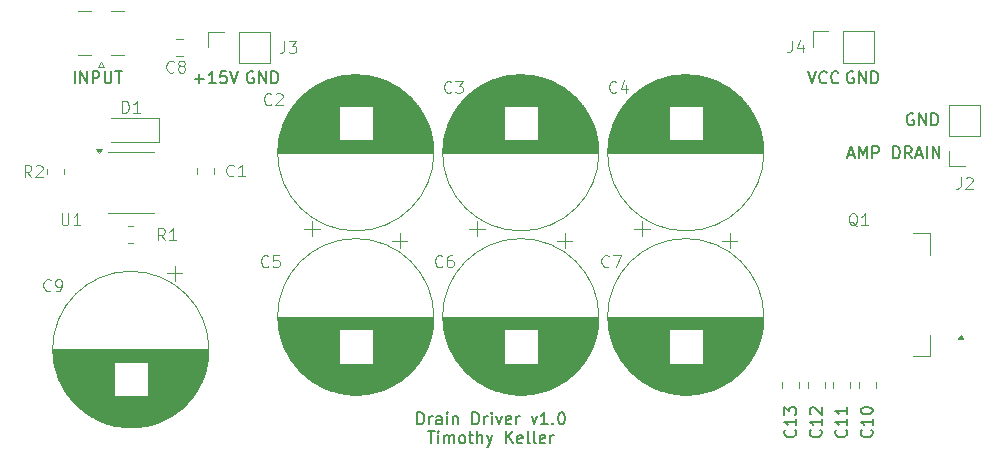
<source format=gbr>
%TF.GenerationSoftware,KiCad,Pcbnew,8.0.0*%
%TF.CreationDate,2024-06-21T14:10:28-04:00*%
%TF.ProjectId,GaN Drain Driver,47614e20-4472-4616-996e-204472697665,v1.0*%
%TF.SameCoordinates,Original*%
%TF.FileFunction,Legend,Top*%
%TF.FilePolarity,Positive*%
%FSLAX46Y46*%
G04 Gerber Fmt 4.6, Leading zero omitted, Abs format (unit mm)*
G04 Created by KiCad (PCBNEW 8.0.0) date 2024-06-21 14:10:28*
%MOMM*%
%LPD*%
G01*
G04 APERTURE LIST*
%ADD10C,0.150000*%
%ADD11C,0.100000*%
%ADD12C,0.120000*%
G04 APERTURE END LIST*
D10*
X127225588Y-30667438D02*
X127130350Y-30619819D01*
X127130350Y-30619819D02*
X126987493Y-30619819D01*
X126987493Y-30619819D02*
X126844636Y-30667438D01*
X126844636Y-30667438D02*
X126749398Y-30762676D01*
X126749398Y-30762676D02*
X126701779Y-30857914D01*
X126701779Y-30857914D02*
X126654160Y-31048390D01*
X126654160Y-31048390D02*
X126654160Y-31191247D01*
X126654160Y-31191247D02*
X126701779Y-31381723D01*
X126701779Y-31381723D02*
X126749398Y-31476961D01*
X126749398Y-31476961D02*
X126844636Y-31572200D01*
X126844636Y-31572200D02*
X126987493Y-31619819D01*
X126987493Y-31619819D02*
X127082731Y-31619819D01*
X127082731Y-31619819D02*
X127225588Y-31572200D01*
X127225588Y-31572200D02*
X127273207Y-31524580D01*
X127273207Y-31524580D02*
X127273207Y-31191247D01*
X127273207Y-31191247D02*
X127082731Y-31191247D01*
X127701779Y-31619819D02*
X127701779Y-30619819D01*
X127701779Y-30619819D02*
X128273207Y-31619819D01*
X128273207Y-31619819D02*
X128273207Y-30619819D01*
X128749398Y-31619819D02*
X128749398Y-30619819D01*
X128749398Y-30619819D02*
X128987493Y-30619819D01*
X128987493Y-30619819D02*
X129130350Y-30667438D01*
X129130350Y-30667438D02*
X129225588Y-30762676D01*
X129225588Y-30762676D02*
X129273207Y-30857914D01*
X129273207Y-30857914D02*
X129320826Y-31048390D01*
X129320826Y-31048390D02*
X129320826Y-31191247D01*
X129320826Y-31191247D02*
X129273207Y-31381723D01*
X129273207Y-31381723D02*
X129225588Y-31476961D01*
X129225588Y-31476961D02*
X129130350Y-31572200D01*
X129130350Y-31572200D02*
X128987493Y-31619819D01*
X128987493Y-31619819D02*
X128749398Y-31619819D01*
X123383922Y-30619819D02*
X123717255Y-31619819D01*
X123717255Y-31619819D02*
X124050588Y-30619819D01*
X124955350Y-31524580D02*
X124907731Y-31572200D01*
X124907731Y-31572200D02*
X124764874Y-31619819D01*
X124764874Y-31619819D02*
X124669636Y-31619819D01*
X124669636Y-31619819D02*
X124526779Y-31572200D01*
X124526779Y-31572200D02*
X124431541Y-31476961D01*
X124431541Y-31476961D02*
X124383922Y-31381723D01*
X124383922Y-31381723D02*
X124336303Y-31191247D01*
X124336303Y-31191247D02*
X124336303Y-31048390D01*
X124336303Y-31048390D02*
X124383922Y-30857914D01*
X124383922Y-30857914D02*
X124431541Y-30762676D01*
X124431541Y-30762676D02*
X124526779Y-30667438D01*
X124526779Y-30667438D02*
X124669636Y-30619819D01*
X124669636Y-30619819D02*
X124764874Y-30619819D01*
X124764874Y-30619819D02*
X124907731Y-30667438D01*
X124907731Y-30667438D02*
X124955350Y-30715057D01*
X125955350Y-31524580D02*
X125907731Y-31572200D01*
X125907731Y-31572200D02*
X125764874Y-31619819D01*
X125764874Y-31619819D02*
X125669636Y-31619819D01*
X125669636Y-31619819D02*
X125526779Y-31572200D01*
X125526779Y-31572200D02*
X125431541Y-31476961D01*
X125431541Y-31476961D02*
X125383922Y-31381723D01*
X125383922Y-31381723D02*
X125336303Y-31191247D01*
X125336303Y-31191247D02*
X125336303Y-31048390D01*
X125336303Y-31048390D02*
X125383922Y-30857914D01*
X125383922Y-30857914D02*
X125431541Y-30762676D01*
X125431541Y-30762676D02*
X125526779Y-30667438D01*
X125526779Y-30667438D02*
X125669636Y-30619819D01*
X125669636Y-30619819D02*
X125764874Y-30619819D01*
X125764874Y-30619819D02*
X125907731Y-30667438D01*
X125907731Y-30667438D02*
X125955350Y-30715057D01*
X61296779Y-31619819D02*
X61296779Y-30619819D01*
X61772969Y-31619819D02*
X61772969Y-30619819D01*
X61772969Y-30619819D02*
X62344397Y-31619819D01*
X62344397Y-31619819D02*
X62344397Y-30619819D01*
X62820588Y-31619819D02*
X62820588Y-30619819D01*
X62820588Y-30619819D02*
X63201540Y-30619819D01*
X63201540Y-30619819D02*
X63296778Y-30667438D01*
X63296778Y-30667438D02*
X63344397Y-30715057D01*
X63344397Y-30715057D02*
X63392016Y-30810295D01*
X63392016Y-30810295D02*
X63392016Y-30953152D01*
X63392016Y-30953152D02*
X63344397Y-31048390D01*
X63344397Y-31048390D02*
X63296778Y-31096009D01*
X63296778Y-31096009D02*
X63201540Y-31143628D01*
X63201540Y-31143628D02*
X62820588Y-31143628D01*
X63820588Y-30619819D02*
X63820588Y-31429342D01*
X63820588Y-31429342D02*
X63868207Y-31524580D01*
X63868207Y-31524580D02*
X63915826Y-31572200D01*
X63915826Y-31572200D02*
X64011064Y-31619819D01*
X64011064Y-31619819D02*
X64201540Y-31619819D01*
X64201540Y-31619819D02*
X64296778Y-31572200D01*
X64296778Y-31572200D02*
X64344397Y-31524580D01*
X64344397Y-31524580D02*
X64392016Y-31429342D01*
X64392016Y-31429342D02*
X64392016Y-30619819D01*
X64725350Y-30619819D02*
X65296778Y-30619819D01*
X65011064Y-31619819D02*
X65011064Y-30619819D01*
X132305588Y-34223438D02*
X132210350Y-34175819D01*
X132210350Y-34175819D02*
X132067493Y-34175819D01*
X132067493Y-34175819D02*
X131924636Y-34223438D01*
X131924636Y-34223438D02*
X131829398Y-34318676D01*
X131829398Y-34318676D02*
X131781779Y-34413914D01*
X131781779Y-34413914D02*
X131734160Y-34604390D01*
X131734160Y-34604390D02*
X131734160Y-34747247D01*
X131734160Y-34747247D02*
X131781779Y-34937723D01*
X131781779Y-34937723D02*
X131829398Y-35032961D01*
X131829398Y-35032961D02*
X131924636Y-35128200D01*
X131924636Y-35128200D02*
X132067493Y-35175819D01*
X132067493Y-35175819D02*
X132162731Y-35175819D01*
X132162731Y-35175819D02*
X132305588Y-35128200D01*
X132305588Y-35128200D02*
X132353207Y-35080580D01*
X132353207Y-35080580D02*
X132353207Y-34747247D01*
X132353207Y-34747247D02*
X132162731Y-34747247D01*
X132781779Y-35175819D02*
X132781779Y-34175819D01*
X132781779Y-34175819D02*
X133353207Y-35175819D01*
X133353207Y-35175819D02*
X133353207Y-34175819D01*
X133829398Y-35175819D02*
X133829398Y-34175819D01*
X133829398Y-34175819D02*
X134067493Y-34175819D01*
X134067493Y-34175819D02*
X134210350Y-34223438D01*
X134210350Y-34223438D02*
X134305588Y-34318676D01*
X134305588Y-34318676D02*
X134353207Y-34413914D01*
X134353207Y-34413914D02*
X134400826Y-34604390D01*
X134400826Y-34604390D02*
X134400826Y-34747247D01*
X134400826Y-34747247D02*
X134353207Y-34937723D01*
X134353207Y-34937723D02*
X134305588Y-35032961D01*
X134305588Y-35032961D02*
X134210350Y-35128200D01*
X134210350Y-35128200D02*
X134067493Y-35175819D01*
X134067493Y-35175819D02*
X133829398Y-35175819D01*
X76425588Y-30667438D02*
X76330350Y-30619819D01*
X76330350Y-30619819D02*
X76187493Y-30619819D01*
X76187493Y-30619819D02*
X76044636Y-30667438D01*
X76044636Y-30667438D02*
X75949398Y-30762676D01*
X75949398Y-30762676D02*
X75901779Y-30857914D01*
X75901779Y-30857914D02*
X75854160Y-31048390D01*
X75854160Y-31048390D02*
X75854160Y-31191247D01*
X75854160Y-31191247D02*
X75901779Y-31381723D01*
X75901779Y-31381723D02*
X75949398Y-31476961D01*
X75949398Y-31476961D02*
X76044636Y-31572200D01*
X76044636Y-31572200D02*
X76187493Y-31619819D01*
X76187493Y-31619819D02*
X76282731Y-31619819D01*
X76282731Y-31619819D02*
X76425588Y-31572200D01*
X76425588Y-31572200D02*
X76473207Y-31524580D01*
X76473207Y-31524580D02*
X76473207Y-31191247D01*
X76473207Y-31191247D02*
X76282731Y-31191247D01*
X76901779Y-31619819D02*
X76901779Y-30619819D01*
X76901779Y-30619819D02*
X77473207Y-31619819D01*
X77473207Y-31619819D02*
X77473207Y-30619819D01*
X77949398Y-31619819D02*
X77949398Y-30619819D01*
X77949398Y-30619819D02*
X78187493Y-30619819D01*
X78187493Y-30619819D02*
X78330350Y-30667438D01*
X78330350Y-30667438D02*
X78425588Y-30762676D01*
X78425588Y-30762676D02*
X78473207Y-30857914D01*
X78473207Y-30857914D02*
X78520826Y-31048390D01*
X78520826Y-31048390D02*
X78520826Y-31191247D01*
X78520826Y-31191247D02*
X78473207Y-31381723D01*
X78473207Y-31381723D02*
X78425588Y-31476961D01*
X78425588Y-31476961D02*
X78330350Y-31572200D01*
X78330350Y-31572200D02*
X78187493Y-31619819D01*
X78187493Y-31619819D02*
X77949398Y-31619819D01*
X71456779Y-31238866D02*
X72218684Y-31238866D01*
X71837731Y-31619819D02*
X71837731Y-30857914D01*
X73218683Y-31619819D02*
X72647255Y-31619819D01*
X72932969Y-31619819D02*
X72932969Y-30619819D01*
X72932969Y-30619819D02*
X72837731Y-30762676D01*
X72837731Y-30762676D02*
X72742493Y-30857914D01*
X72742493Y-30857914D02*
X72647255Y-30905533D01*
X74123445Y-30619819D02*
X73647255Y-30619819D01*
X73647255Y-30619819D02*
X73599636Y-31096009D01*
X73599636Y-31096009D02*
X73647255Y-31048390D01*
X73647255Y-31048390D02*
X73742493Y-31000771D01*
X73742493Y-31000771D02*
X73980588Y-31000771D01*
X73980588Y-31000771D02*
X74075826Y-31048390D01*
X74075826Y-31048390D02*
X74123445Y-31096009D01*
X74123445Y-31096009D02*
X74171064Y-31191247D01*
X74171064Y-31191247D02*
X74171064Y-31429342D01*
X74171064Y-31429342D02*
X74123445Y-31524580D01*
X74123445Y-31524580D02*
X74075826Y-31572200D01*
X74075826Y-31572200D02*
X73980588Y-31619819D01*
X73980588Y-31619819D02*
X73742493Y-31619819D01*
X73742493Y-31619819D02*
X73647255Y-31572200D01*
X73647255Y-31572200D02*
X73599636Y-31524580D01*
X74456779Y-30619819D02*
X74790112Y-31619819D01*
X74790112Y-31619819D02*
X75123445Y-30619819D01*
X90305714Y-60489875D02*
X90305714Y-59489875D01*
X90305714Y-59489875D02*
X90543809Y-59489875D01*
X90543809Y-59489875D02*
X90686666Y-59537494D01*
X90686666Y-59537494D02*
X90781904Y-59632732D01*
X90781904Y-59632732D02*
X90829523Y-59727970D01*
X90829523Y-59727970D02*
X90877142Y-59918446D01*
X90877142Y-59918446D02*
X90877142Y-60061303D01*
X90877142Y-60061303D02*
X90829523Y-60251779D01*
X90829523Y-60251779D02*
X90781904Y-60347017D01*
X90781904Y-60347017D02*
X90686666Y-60442256D01*
X90686666Y-60442256D02*
X90543809Y-60489875D01*
X90543809Y-60489875D02*
X90305714Y-60489875D01*
X91305714Y-60489875D02*
X91305714Y-59823208D01*
X91305714Y-60013684D02*
X91353333Y-59918446D01*
X91353333Y-59918446D02*
X91400952Y-59870827D01*
X91400952Y-59870827D02*
X91496190Y-59823208D01*
X91496190Y-59823208D02*
X91591428Y-59823208D01*
X92353333Y-60489875D02*
X92353333Y-59966065D01*
X92353333Y-59966065D02*
X92305714Y-59870827D01*
X92305714Y-59870827D02*
X92210476Y-59823208D01*
X92210476Y-59823208D02*
X92020000Y-59823208D01*
X92020000Y-59823208D02*
X91924762Y-59870827D01*
X92353333Y-60442256D02*
X92258095Y-60489875D01*
X92258095Y-60489875D02*
X92020000Y-60489875D01*
X92020000Y-60489875D02*
X91924762Y-60442256D01*
X91924762Y-60442256D02*
X91877143Y-60347017D01*
X91877143Y-60347017D02*
X91877143Y-60251779D01*
X91877143Y-60251779D02*
X91924762Y-60156541D01*
X91924762Y-60156541D02*
X92020000Y-60108922D01*
X92020000Y-60108922D02*
X92258095Y-60108922D01*
X92258095Y-60108922D02*
X92353333Y-60061303D01*
X92829524Y-60489875D02*
X92829524Y-59823208D01*
X92829524Y-59489875D02*
X92781905Y-59537494D01*
X92781905Y-59537494D02*
X92829524Y-59585113D01*
X92829524Y-59585113D02*
X92877143Y-59537494D01*
X92877143Y-59537494D02*
X92829524Y-59489875D01*
X92829524Y-59489875D02*
X92829524Y-59585113D01*
X93305714Y-59823208D02*
X93305714Y-60489875D01*
X93305714Y-59918446D02*
X93353333Y-59870827D01*
X93353333Y-59870827D02*
X93448571Y-59823208D01*
X93448571Y-59823208D02*
X93591428Y-59823208D01*
X93591428Y-59823208D02*
X93686666Y-59870827D01*
X93686666Y-59870827D02*
X93734285Y-59966065D01*
X93734285Y-59966065D02*
X93734285Y-60489875D01*
X94972381Y-60489875D02*
X94972381Y-59489875D01*
X94972381Y-59489875D02*
X95210476Y-59489875D01*
X95210476Y-59489875D02*
X95353333Y-59537494D01*
X95353333Y-59537494D02*
X95448571Y-59632732D01*
X95448571Y-59632732D02*
X95496190Y-59727970D01*
X95496190Y-59727970D02*
X95543809Y-59918446D01*
X95543809Y-59918446D02*
X95543809Y-60061303D01*
X95543809Y-60061303D02*
X95496190Y-60251779D01*
X95496190Y-60251779D02*
X95448571Y-60347017D01*
X95448571Y-60347017D02*
X95353333Y-60442256D01*
X95353333Y-60442256D02*
X95210476Y-60489875D01*
X95210476Y-60489875D02*
X94972381Y-60489875D01*
X95972381Y-60489875D02*
X95972381Y-59823208D01*
X95972381Y-60013684D02*
X96020000Y-59918446D01*
X96020000Y-59918446D02*
X96067619Y-59870827D01*
X96067619Y-59870827D02*
X96162857Y-59823208D01*
X96162857Y-59823208D02*
X96258095Y-59823208D01*
X96591429Y-60489875D02*
X96591429Y-59823208D01*
X96591429Y-59489875D02*
X96543810Y-59537494D01*
X96543810Y-59537494D02*
X96591429Y-59585113D01*
X96591429Y-59585113D02*
X96639048Y-59537494D01*
X96639048Y-59537494D02*
X96591429Y-59489875D01*
X96591429Y-59489875D02*
X96591429Y-59585113D01*
X96972381Y-59823208D02*
X97210476Y-60489875D01*
X97210476Y-60489875D02*
X97448571Y-59823208D01*
X98210476Y-60442256D02*
X98115238Y-60489875D01*
X98115238Y-60489875D02*
X97924762Y-60489875D01*
X97924762Y-60489875D02*
X97829524Y-60442256D01*
X97829524Y-60442256D02*
X97781905Y-60347017D01*
X97781905Y-60347017D02*
X97781905Y-59966065D01*
X97781905Y-59966065D02*
X97829524Y-59870827D01*
X97829524Y-59870827D02*
X97924762Y-59823208D01*
X97924762Y-59823208D02*
X98115238Y-59823208D01*
X98115238Y-59823208D02*
X98210476Y-59870827D01*
X98210476Y-59870827D02*
X98258095Y-59966065D01*
X98258095Y-59966065D02*
X98258095Y-60061303D01*
X98258095Y-60061303D02*
X97781905Y-60156541D01*
X98686667Y-60489875D02*
X98686667Y-59823208D01*
X98686667Y-60013684D02*
X98734286Y-59918446D01*
X98734286Y-59918446D02*
X98781905Y-59870827D01*
X98781905Y-59870827D02*
X98877143Y-59823208D01*
X98877143Y-59823208D02*
X98972381Y-59823208D01*
X99972382Y-59823208D02*
X100210477Y-60489875D01*
X100210477Y-60489875D02*
X100448572Y-59823208D01*
X101353334Y-60489875D02*
X100781906Y-60489875D01*
X101067620Y-60489875D02*
X101067620Y-59489875D01*
X101067620Y-59489875D02*
X100972382Y-59632732D01*
X100972382Y-59632732D02*
X100877144Y-59727970D01*
X100877144Y-59727970D02*
X100781906Y-59775589D01*
X101781906Y-60394636D02*
X101829525Y-60442256D01*
X101829525Y-60442256D02*
X101781906Y-60489875D01*
X101781906Y-60489875D02*
X101734287Y-60442256D01*
X101734287Y-60442256D02*
X101781906Y-60394636D01*
X101781906Y-60394636D02*
X101781906Y-60489875D01*
X102448572Y-59489875D02*
X102543810Y-59489875D01*
X102543810Y-59489875D02*
X102639048Y-59537494D01*
X102639048Y-59537494D02*
X102686667Y-59585113D01*
X102686667Y-59585113D02*
X102734286Y-59680351D01*
X102734286Y-59680351D02*
X102781905Y-59870827D01*
X102781905Y-59870827D02*
X102781905Y-60108922D01*
X102781905Y-60108922D02*
X102734286Y-60299398D01*
X102734286Y-60299398D02*
X102686667Y-60394636D01*
X102686667Y-60394636D02*
X102639048Y-60442256D01*
X102639048Y-60442256D02*
X102543810Y-60489875D01*
X102543810Y-60489875D02*
X102448572Y-60489875D01*
X102448572Y-60489875D02*
X102353334Y-60442256D01*
X102353334Y-60442256D02*
X102305715Y-60394636D01*
X102305715Y-60394636D02*
X102258096Y-60299398D01*
X102258096Y-60299398D02*
X102210477Y-60108922D01*
X102210477Y-60108922D02*
X102210477Y-59870827D01*
X102210477Y-59870827D02*
X102258096Y-59680351D01*
X102258096Y-59680351D02*
X102305715Y-59585113D01*
X102305715Y-59585113D02*
X102353334Y-59537494D01*
X102353334Y-59537494D02*
X102448572Y-59489875D01*
X91186666Y-61099819D02*
X91758094Y-61099819D01*
X91472380Y-62099819D02*
X91472380Y-61099819D01*
X92091428Y-62099819D02*
X92091428Y-61433152D01*
X92091428Y-61099819D02*
X92043809Y-61147438D01*
X92043809Y-61147438D02*
X92091428Y-61195057D01*
X92091428Y-61195057D02*
X92139047Y-61147438D01*
X92139047Y-61147438D02*
X92091428Y-61099819D01*
X92091428Y-61099819D02*
X92091428Y-61195057D01*
X92567618Y-62099819D02*
X92567618Y-61433152D01*
X92567618Y-61528390D02*
X92615237Y-61480771D01*
X92615237Y-61480771D02*
X92710475Y-61433152D01*
X92710475Y-61433152D02*
X92853332Y-61433152D01*
X92853332Y-61433152D02*
X92948570Y-61480771D01*
X92948570Y-61480771D02*
X92996189Y-61576009D01*
X92996189Y-61576009D02*
X92996189Y-62099819D01*
X92996189Y-61576009D02*
X93043808Y-61480771D01*
X93043808Y-61480771D02*
X93139046Y-61433152D01*
X93139046Y-61433152D02*
X93281903Y-61433152D01*
X93281903Y-61433152D02*
X93377142Y-61480771D01*
X93377142Y-61480771D02*
X93424761Y-61576009D01*
X93424761Y-61576009D02*
X93424761Y-62099819D01*
X94043808Y-62099819D02*
X93948570Y-62052200D01*
X93948570Y-62052200D02*
X93900951Y-62004580D01*
X93900951Y-62004580D02*
X93853332Y-61909342D01*
X93853332Y-61909342D02*
X93853332Y-61623628D01*
X93853332Y-61623628D02*
X93900951Y-61528390D01*
X93900951Y-61528390D02*
X93948570Y-61480771D01*
X93948570Y-61480771D02*
X94043808Y-61433152D01*
X94043808Y-61433152D02*
X94186665Y-61433152D01*
X94186665Y-61433152D02*
X94281903Y-61480771D01*
X94281903Y-61480771D02*
X94329522Y-61528390D01*
X94329522Y-61528390D02*
X94377141Y-61623628D01*
X94377141Y-61623628D02*
X94377141Y-61909342D01*
X94377141Y-61909342D02*
X94329522Y-62004580D01*
X94329522Y-62004580D02*
X94281903Y-62052200D01*
X94281903Y-62052200D02*
X94186665Y-62099819D01*
X94186665Y-62099819D02*
X94043808Y-62099819D01*
X94662856Y-61433152D02*
X95043808Y-61433152D01*
X94805713Y-61099819D02*
X94805713Y-61956961D01*
X94805713Y-61956961D02*
X94853332Y-62052200D01*
X94853332Y-62052200D02*
X94948570Y-62099819D01*
X94948570Y-62099819D02*
X95043808Y-62099819D01*
X95377142Y-62099819D02*
X95377142Y-61099819D01*
X95805713Y-62099819D02*
X95805713Y-61576009D01*
X95805713Y-61576009D02*
X95758094Y-61480771D01*
X95758094Y-61480771D02*
X95662856Y-61433152D01*
X95662856Y-61433152D02*
X95519999Y-61433152D01*
X95519999Y-61433152D02*
X95424761Y-61480771D01*
X95424761Y-61480771D02*
X95377142Y-61528390D01*
X96186666Y-61433152D02*
X96424761Y-62099819D01*
X96662856Y-61433152D02*
X96424761Y-62099819D01*
X96424761Y-62099819D02*
X96329523Y-62337914D01*
X96329523Y-62337914D02*
X96281904Y-62385533D01*
X96281904Y-62385533D02*
X96186666Y-62433152D01*
X97805714Y-62099819D02*
X97805714Y-61099819D01*
X98377142Y-62099819D02*
X97948571Y-61528390D01*
X98377142Y-61099819D02*
X97805714Y-61671247D01*
X99186666Y-62052200D02*
X99091428Y-62099819D01*
X99091428Y-62099819D02*
X98900952Y-62099819D01*
X98900952Y-62099819D02*
X98805714Y-62052200D01*
X98805714Y-62052200D02*
X98758095Y-61956961D01*
X98758095Y-61956961D02*
X98758095Y-61576009D01*
X98758095Y-61576009D02*
X98805714Y-61480771D01*
X98805714Y-61480771D02*
X98900952Y-61433152D01*
X98900952Y-61433152D02*
X99091428Y-61433152D01*
X99091428Y-61433152D02*
X99186666Y-61480771D01*
X99186666Y-61480771D02*
X99234285Y-61576009D01*
X99234285Y-61576009D02*
X99234285Y-61671247D01*
X99234285Y-61671247D02*
X98758095Y-61766485D01*
X99805714Y-62099819D02*
X99710476Y-62052200D01*
X99710476Y-62052200D02*
X99662857Y-61956961D01*
X99662857Y-61956961D02*
X99662857Y-61099819D01*
X100329524Y-62099819D02*
X100234286Y-62052200D01*
X100234286Y-62052200D02*
X100186667Y-61956961D01*
X100186667Y-61956961D02*
X100186667Y-61099819D01*
X101091429Y-62052200D02*
X100996191Y-62099819D01*
X100996191Y-62099819D02*
X100805715Y-62099819D01*
X100805715Y-62099819D02*
X100710477Y-62052200D01*
X100710477Y-62052200D02*
X100662858Y-61956961D01*
X100662858Y-61956961D02*
X100662858Y-61576009D01*
X100662858Y-61576009D02*
X100710477Y-61480771D01*
X100710477Y-61480771D02*
X100805715Y-61433152D01*
X100805715Y-61433152D02*
X100996191Y-61433152D01*
X100996191Y-61433152D02*
X101091429Y-61480771D01*
X101091429Y-61480771D02*
X101139048Y-61576009D01*
X101139048Y-61576009D02*
X101139048Y-61671247D01*
X101139048Y-61671247D02*
X100662858Y-61766485D01*
X101567620Y-62099819D02*
X101567620Y-61433152D01*
X101567620Y-61623628D02*
X101615239Y-61528390D01*
X101615239Y-61528390D02*
X101662858Y-61480771D01*
X101662858Y-61480771D02*
X101758096Y-61433152D01*
X101758096Y-61433152D02*
X101853334Y-61433152D01*
X126781160Y-37684104D02*
X127257350Y-37684104D01*
X126685922Y-37969819D02*
X127019255Y-36969819D01*
X127019255Y-36969819D02*
X127352588Y-37969819D01*
X127685922Y-37969819D02*
X127685922Y-36969819D01*
X127685922Y-36969819D02*
X128019255Y-37684104D01*
X128019255Y-37684104D02*
X128352588Y-36969819D01*
X128352588Y-36969819D02*
X128352588Y-37969819D01*
X128828779Y-37969819D02*
X128828779Y-36969819D01*
X128828779Y-36969819D02*
X129209731Y-36969819D01*
X129209731Y-36969819D02*
X129304969Y-37017438D01*
X129304969Y-37017438D02*
X129352588Y-37065057D01*
X129352588Y-37065057D02*
X129400207Y-37160295D01*
X129400207Y-37160295D02*
X129400207Y-37303152D01*
X129400207Y-37303152D02*
X129352588Y-37398390D01*
X129352588Y-37398390D02*
X129304969Y-37446009D01*
X129304969Y-37446009D02*
X129209731Y-37493628D01*
X129209731Y-37493628D02*
X128828779Y-37493628D01*
X130590684Y-37969819D02*
X130590684Y-36969819D01*
X130590684Y-36969819D02*
X130828779Y-36969819D01*
X130828779Y-36969819D02*
X130971636Y-37017438D01*
X130971636Y-37017438D02*
X131066874Y-37112676D01*
X131066874Y-37112676D02*
X131114493Y-37207914D01*
X131114493Y-37207914D02*
X131162112Y-37398390D01*
X131162112Y-37398390D02*
X131162112Y-37541247D01*
X131162112Y-37541247D02*
X131114493Y-37731723D01*
X131114493Y-37731723D02*
X131066874Y-37826961D01*
X131066874Y-37826961D02*
X130971636Y-37922200D01*
X130971636Y-37922200D02*
X130828779Y-37969819D01*
X130828779Y-37969819D02*
X130590684Y-37969819D01*
X132162112Y-37969819D02*
X131828779Y-37493628D01*
X131590684Y-37969819D02*
X131590684Y-36969819D01*
X131590684Y-36969819D02*
X131971636Y-36969819D01*
X131971636Y-36969819D02*
X132066874Y-37017438D01*
X132066874Y-37017438D02*
X132114493Y-37065057D01*
X132114493Y-37065057D02*
X132162112Y-37160295D01*
X132162112Y-37160295D02*
X132162112Y-37303152D01*
X132162112Y-37303152D02*
X132114493Y-37398390D01*
X132114493Y-37398390D02*
X132066874Y-37446009D01*
X132066874Y-37446009D02*
X131971636Y-37493628D01*
X131971636Y-37493628D02*
X131590684Y-37493628D01*
X132543065Y-37684104D02*
X133019255Y-37684104D01*
X132447827Y-37969819D02*
X132781160Y-36969819D01*
X132781160Y-36969819D02*
X133114493Y-37969819D01*
X133447827Y-37969819D02*
X133447827Y-36969819D01*
X133924017Y-37969819D02*
X133924017Y-36969819D01*
X133924017Y-36969819D02*
X134495445Y-37969819D01*
X134495445Y-37969819D02*
X134495445Y-36969819D01*
X122279580Y-60967857D02*
X122327200Y-61015476D01*
X122327200Y-61015476D02*
X122374819Y-61158333D01*
X122374819Y-61158333D02*
X122374819Y-61253571D01*
X122374819Y-61253571D02*
X122327200Y-61396428D01*
X122327200Y-61396428D02*
X122231961Y-61491666D01*
X122231961Y-61491666D02*
X122136723Y-61539285D01*
X122136723Y-61539285D02*
X121946247Y-61586904D01*
X121946247Y-61586904D02*
X121803390Y-61586904D01*
X121803390Y-61586904D02*
X121612914Y-61539285D01*
X121612914Y-61539285D02*
X121517676Y-61491666D01*
X121517676Y-61491666D02*
X121422438Y-61396428D01*
X121422438Y-61396428D02*
X121374819Y-61253571D01*
X121374819Y-61253571D02*
X121374819Y-61158333D01*
X121374819Y-61158333D02*
X121422438Y-61015476D01*
X121422438Y-61015476D02*
X121470057Y-60967857D01*
X122374819Y-60015476D02*
X122374819Y-60586904D01*
X122374819Y-60301190D02*
X121374819Y-60301190D01*
X121374819Y-60301190D02*
X121517676Y-60396428D01*
X121517676Y-60396428D02*
X121612914Y-60491666D01*
X121612914Y-60491666D02*
X121660533Y-60586904D01*
X121374819Y-59682142D02*
X121374819Y-59063095D01*
X121374819Y-59063095D02*
X121755771Y-59396428D01*
X121755771Y-59396428D02*
X121755771Y-59253571D01*
X121755771Y-59253571D02*
X121803390Y-59158333D01*
X121803390Y-59158333D02*
X121851009Y-59110714D01*
X121851009Y-59110714D02*
X121946247Y-59063095D01*
X121946247Y-59063095D02*
X122184342Y-59063095D01*
X122184342Y-59063095D02*
X122279580Y-59110714D01*
X122279580Y-59110714D02*
X122327200Y-59158333D01*
X122327200Y-59158333D02*
X122374819Y-59253571D01*
X122374819Y-59253571D02*
X122374819Y-59539285D01*
X122374819Y-59539285D02*
X122327200Y-59634523D01*
X122327200Y-59634523D02*
X122279580Y-59682142D01*
D11*
X92416333Y-47098179D02*
X92368714Y-47145799D01*
X92368714Y-47145799D02*
X92225857Y-47193418D01*
X92225857Y-47193418D02*
X92130619Y-47193418D01*
X92130619Y-47193418D02*
X91987762Y-47145799D01*
X91987762Y-47145799D02*
X91892524Y-47050560D01*
X91892524Y-47050560D02*
X91844905Y-46955322D01*
X91844905Y-46955322D02*
X91797286Y-46764846D01*
X91797286Y-46764846D02*
X91797286Y-46621989D01*
X91797286Y-46621989D02*
X91844905Y-46431513D01*
X91844905Y-46431513D02*
X91892524Y-46336275D01*
X91892524Y-46336275D02*
X91987762Y-46241037D01*
X91987762Y-46241037D02*
X92130619Y-46193418D01*
X92130619Y-46193418D02*
X92225857Y-46193418D01*
X92225857Y-46193418D02*
X92368714Y-46241037D01*
X92368714Y-46241037D02*
X92416333Y-46288656D01*
X93273476Y-46193418D02*
X93083000Y-46193418D01*
X93083000Y-46193418D02*
X92987762Y-46241037D01*
X92987762Y-46241037D02*
X92940143Y-46288656D01*
X92940143Y-46288656D02*
X92844905Y-46431513D01*
X92844905Y-46431513D02*
X92797286Y-46621989D01*
X92797286Y-46621989D02*
X92797286Y-47002941D01*
X92797286Y-47002941D02*
X92844905Y-47098179D01*
X92844905Y-47098179D02*
X92892524Y-47145799D01*
X92892524Y-47145799D02*
X92987762Y-47193418D01*
X92987762Y-47193418D02*
X93178238Y-47193418D01*
X93178238Y-47193418D02*
X93273476Y-47145799D01*
X93273476Y-47145799D02*
X93321095Y-47098179D01*
X93321095Y-47098179D02*
X93368714Y-47002941D01*
X93368714Y-47002941D02*
X93368714Y-46764846D01*
X93368714Y-46764846D02*
X93321095Y-46669608D01*
X93321095Y-46669608D02*
X93273476Y-46621989D01*
X93273476Y-46621989D02*
X93178238Y-46574370D01*
X93178238Y-46574370D02*
X92987762Y-46574370D01*
X92987762Y-46574370D02*
X92892524Y-46621989D01*
X92892524Y-46621989D02*
X92844905Y-46669608D01*
X92844905Y-46669608D02*
X92797286Y-46764846D01*
X59269333Y-49130180D02*
X59221714Y-49177800D01*
X59221714Y-49177800D02*
X59078857Y-49225419D01*
X59078857Y-49225419D02*
X58983619Y-49225419D01*
X58983619Y-49225419D02*
X58840762Y-49177800D01*
X58840762Y-49177800D02*
X58745524Y-49082561D01*
X58745524Y-49082561D02*
X58697905Y-48987323D01*
X58697905Y-48987323D02*
X58650286Y-48796847D01*
X58650286Y-48796847D02*
X58650286Y-48653990D01*
X58650286Y-48653990D02*
X58697905Y-48463514D01*
X58697905Y-48463514D02*
X58745524Y-48368276D01*
X58745524Y-48368276D02*
X58840762Y-48273038D01*
X58840762Y-48273038D02*
X58983619Y-48225419D01*
X58983619Y-48225419D02*
X59078857Y-48225419D01*
X59078857Y-48225419D02*
X59221714Y-48273038D01*
X59221714Y-48273038D02*
X59269333Y-48320657D01*
X59745524Y-49225419D02*
X59936000Y-49225419D01*
X59936000Y-49225419D02*
X60031238Y-49177800D01*
X60031238Y-49177800D02*
X60078857Y-49130180D01*
X60078857Y-49130180D02*
X60174095Y-48987323D01*
X60174095Y-48987323D02*
X60221714Y-48796847D01*
X60221714Y-48796847D02*
X60221714Y-48415895D01*
X60221714Y-48415895D02*
X60174095Y-48320657D01*
X60174095Y-48320657D02*
X60126476Y-48273038D01*
X60126476Y-48273038D02*
X60031238Y-48225419D01*
X60031238Y-48225419D02*
X59840762Y-48225419D01*
X59840762Y-48225419D02*
X59745524Y-48273038D01*
X59745524Y-48273038D02*
X59697905Y-48320657D01*
X59697905Y-48320657D02*
X59650286Y-48415895D01*
X59650286Y-48415895D02*
X59650286Y-48653990D01*
X59650286Y-48653990D02*
X59697905Y-48749228D01*
X59697905Y-48749228D02*
X59745524Y-48796847D01*
X59745524Y-48796847D02*
X59840762Y-48844466D01*
X59840762Y-48844466D02*
X60031238Y-48844466D01*
X60031238Y-48844466D02*
X60126476Y-48796847D01*
X60126476Y-48796847D02*
X60174095Y-48749228D01*
X60174095Y-48749228D02*
X60221714Y-48653990D01*
X69683333Y-30617180D02*
X69635714Y-30664800D01*
X69635714Y-30664800D02*
X69492857Y-30712419D01*
X69492857Y-30712419D02*
X69397619Y-30712419D01*
X69397619Y-30712419D02*
X69254762Y-30664800D01*
X69254762Y-30664800D02*
X69159524Y-30569561D01*
X69159524Y-30569561D02*
X69111905Y-30474323D01*
X69111905Y-30474323D02*
X69064286Y-30283847D01*
X69064286Y-30283847D02*
X69064286Y-30140990D01*
X69064286Y-30140990D02*
X69111905Y-29950514D01*
X69111905Y-29950514D02*
X69159524Y-29855276D01*
X69159524Y-29855276D02*
X69254762Y-29760038D01*
X69254762Y-29760038D02*
X69397619Y-29712419D01*
X69397619Y-29712419D02*
X69492857Y-29712419D01*
X69492857Y-29712419D02*
X69635714Y-29760038D01*
X69635714Y-29760038D02*
X69683333Y-29807657D01*
X70254762Y-30140990D02*
X70159524Y-30093371D01*
X70159524Y-30093371D02*
X70111905Y-30045752D01*
X70111905Y-30045752D02*
X70064286Y-29950514D01*
X70064286Y-29950514D02*
X70064286Y-29902895D01*
X70064286Y-29902895D02*
X70111905Y-29807657D01*
X70111905Y-29807657D02*
X70159524Y-29760038D01*
X70159524Y-29760038D02*
X70254762Y-29712419D01*
X70254762Y-29712419D02*
X70445238Y-29712419D01*
X70445238Y-29712419D02*
X70540476Y-29760038D01*
X70540476Y-29760038D02*
X70588095Y-29807657D01*
X70588095Y-29807657D02*
X70635714Y-29902895D01*
X70635714Y-29902895D02*
X70635714Y-29950514D01*
X70635714Y-29950514D02*
X70588095Y-30045752D01*
X70588095Y-30045752D02*
X70540476Y-30093371D01*
X70540476Y-30093371D02*
X70445238Y-30140990D01*
X70445238Y-30140990D02*
X70254762Y-30140990D01*
X70254762Y-30140990D02*
X70159524Y-30188609D01*
X70159524Y-30188609D02*
X70111905Y-30236228D01*
X70111905Y-30236228D02*
X70064286Y-30331466D01*
X70064286Y-30331466D02*
X70064286Y-30521942D01*
X70064286Y-30521942D02*
X70111905Y-30617180D01*
X70111905Y-30617180D02*
X70159524Y-30664800D01*
X70159524Y-30664800D02*
X70254762Y-30712419D01*
X70254762Y-30712419D02*
X70445238Y-30712419D01*
X70445238Y-30712419D02*
X70540476Y-30664800D01*
X70540476Y-30664800D02*
X70588095Y-30617180D01*
X70588095Y-30617180D02*
X70635714Y-30521942D01*
X70635714Y-30521942D02*
X70635714Y-30331466D01*
X70635714Y-30331466D02*
X70588095Y-30236228D01*
X70588095Y-30236228D02*
X70540476Y-30188609D01*
X70540476Y-30188609D02*
X70445238Y-30140990D01*
X74763333Y-39417179D02*
X74715714Y-39464799D01*
X74715714Y-39464799D02*
X74572857Y-39512418D01*
X74572857Y-39512418D02*
X74477619Y-39512418D01*
X74477619Y-39512418D02*
X74334762Y-39464799D01*
X74334762Y-39464799D02*
X74239524Y-39369560D01*
X74239524Y-39369560D02*
X74191905Y-39274322D01*
X74191905Y-39274322D02*
X74144286Y-39083846D01*
X74144286Y-39083846D02*
X74144286Y-38940989D01*
X74144286Y-38940989D02*
X74191905Y-38750513D01*
X74191905Y-38750513D02*
X74239524Y-38655275D01*
X74239524Y-38655275D02*
X74334762Y-38560037D01*
X74334762Y-38560037D02*
X74477619Y-38512418D01*
X74477619Y-38512418D02*
X74572857Y-38512418D01*
X74572857Y-38512418D02*
X74715714Y-38560037D01*
X74715714Y-38560037D02*
X74763333Y-38607656D01*
X75715714Y-39512418D02*
X75144286Y-39512418D01*
X75430000Y-39512418D02*
X75430000Y-38512418D01*
X75430000Y-38512418D02*
X75334762Y-38655275D01*
X75334762Y-38655275D02*
X75239524Y-38750513D01*
X75239524Y-38750513D02*
X75144286Y-38798132D01*
X77684333Y-47098180D02*
X77636714Y-47145800D01*
X77636714Y-47145800D02*
X77493857Y-47193419D01*
X77493857Y-47193419D02*
X77398619Y-47193419D01*
X77398619Y-47193419D02*
X77255762Y-47145800D01*
X77255762Y-47145800D02*
X77160524Y-47050561D01*
X77160524Y-47050561D02*
X77112905Y-46955323D01*
X77112905Y-46955323D02*
X77065286Y-46764847D01*
X77065286Y-46764847D02*
X77065286Y-46621990D01*
X77065286Y-46621990D02*
X77112905Y-46431514D01*
X77112905Y-46431514D02*
X77160524Y-46336276D01*
X77160524Y-46336276D02*
X77255762Y-46241038D01*
X77255762Y-46241038D02*
X77398619Y-46193419D01*
X77398619Y-46193419D02*
X77493857Y-46193419D01*
X77493857Y-46193419D02*
X77636714Y-46241038D01*
X77636714Y-46241038D02*
X77684333Y-46288657D01*
X78589095Y-46193419D02*
X78112905Y-46193419D01*
X78112905Y-46193419D02*
X78065286Y-46669609D01*
X78065286Y-46669609D02*
X78112905Y-46621990D01*
X78112905Y-46621990D02*
X78208143Y-46574371D01*
X78208143Y-46574371D02*
X78446238Y-46574371D01*
X78446238Y-46574371D02*
X78541476Y-46621990D01*
X78541476Y-46621990D02*
X78589095Y-46669609D01*
X78589095Y-46669609D02*
X78636714Y-46764847D01*
X78636714Y-46764847D02*
X78636714Y-47002942D01*
X78636714Y-47002942D02*
X78589095Y-47098180D01*
X78589095Y-47098180D02*
X78541476Y-47145800D01*
X78541476Y-47145800D02*
X78446238Y-47193419D01*
X78446238Y-47193419D02*
X78208143Y-47193419D01*
X78208143Y-47193419D02*
X78112905Y-47145800D01*
X78112905Y-47145800D02*
X78065286Y-47098180D01*
X136318666Y-39565419D02*
X136318666Y-40279704D01*
X136318666Y-40279704D02*
X136271047Y-40422561D01*
X136271047Y-40422561D02*
X136175809Y-40517800D01*
X136175809Y-40517800D02*
X136032952Y-40565419D01*
X136032952Y-40565419D02*
X135937714Y-40565419D01*
X136747238Y-39660657D02*
X136794857Y-39613038D01*
X136794857Y-39613038D02*
X136890095Y-39565419D01*
X136890095Y-39565419D02*
X137128190Y-39565419D01*
X137128190Y-39565419D02*
X137223428Y-39613038D01*
X137223428Y-39613038D02*
X137271047Y-39660657D01*
X137271047Y-39660657D02*
X137318666Y-39755895D01*
X137318666Y-39755895D02*
X137318666Y-39851133D01*
X137318666Y-39851133D02*
X137271047Y-39993990D01*
X137271047Y-39993990D02*
X136699619Y-40565419D01*
X136699619Y-40565419D02*
X137318666Y-40565419D01*
X60198095Y-42637419D02*
X60198095Y-43446942D01*
X60198095Y-43446942D02*
X60245714Y-43542180D01*
X60245714Y-43542180D02*
X60293333Y-43589800D01*
X60293333Y-43589800D02*
X60388571Y-43637419D01*
X60388571Y-43637419D02*
X60579047Y-43637419D01*
X60579047Y-43637419D02*
X60674285Y-43589800D01*
X60674285Y-43589800D02*
X60721904Y-43542180D01*
X60721904Y-43542180D02*
X60769523Y-43446942D01*
X60769523Y-43446942D02*
X60769523Y-42637419D01*
X61769523Y-43637419D02*
X61198095Y-43637419D01*
X61483809Y-43637419D02*
X61483809Y-42637419D01*
X61483809Y-42637419D02*
X61388571Y-42780276D01*
X61388571Y-42780276D02*
X61293333Y-42875514D01*
X61293333Y-42875514D02*
X61198095Y-42923133D01*
X93178333Y-32336964D02*
X93130714Y-32384584D01*
X93130714Y-32384584D02*
X92987857Y-32432203D01*
X92987857Y-32432203D02*
X92892619Y-32432203D01*
X92892619Y-32432203D02*
X92749762Y-32384584D01*
X92749762Y-32384584D02*
X92654524Y-32289345D01*
X92654524Y-32289345D02*
X92606905Y-32194107D01*
X92606905Y-32194107D02*
X92559286Y-32003631D01*
X92559286Y-32003631D02*
X92559286Y-31860774D01*
X92559286Y-31860774D02*
X92606905Y-31670298D01*
X92606905Y-31670298D02*
X92654524Y-31575060D01*
X92654524Y-31575060D02*
X92749762Y-31479822D01*
X92749762Y-31479822D02*
X92892619Y-31432203D01*
X92892619Y-31432203D02*
X92987857Y-31432203D01*
X92987857Y-31432203D02*
X93130714Y-31479822D01*
X93130714Y-31479822D02*
X93178333Y-31527441D01*
X93511667Y-31432203D02*
X94130714Y-31432203D01*
X94130714Y-31432203D02*
X93797381Y-31813155D01*
X93797381Y-31813155D02*
X93940238Y-31813155D01*
X93940238Y-31813155D02*
X94035476Y-31860774D01*
X94035476Y-31860774D02*
X94083095Y-31908393D01*
X94083095Y-31908393D02*
X94130714Y-32003631D01*
X94130714Y-32003631D02*
X94130714Y-32241726D01*
X94130714Y-32241726D02*
X94083095Y-32336964D01*
X94083095Y-32336964D02*
X94035476Y-32384584D01*
X94035476Y-32384584D02*
X93940238Y-32432203D01*
X93940238Y-32432203D02*
X93654524Y-32432203D01*
X93654524Y-32432203D02*
X93559286Y-32384584D01*
X93559286Y-32384584D02*
X93511667Y-32336964D01*
X122011666Y-28007419D02*
X122011666Y-28721704D01*
X122011666Y-28721704D02*
X121964047Y-28864561D01*
X121964047Y-28864561D02*
X121868809Y-28959800D01*
X121868809Y-28959800D02*
X121725952Y-29007419D01*
X121725952Y-29007419D02*
X121630714Y-29007419D01*
X122916428Y-28340752D02*
X122916428Y-29007419D01*
X122678333Y-27959800D02*
X122440238Y-28674085D01*
X122440238Y-28674085D02*
X123059285Y-28674085D01*
X65301905Y-34112419D02*
X65301905Y-33112419D01*
X65301905Y-33112419D02*
X65540000Y-33112419D01*
X65540000Y-33112419D02*
X65682857Y-33160038D01*
X65682857Y-33160038D02*
X65778095Y-33255276D01*
X65778095Y-33255276D02*
X65825714Y-33350514D01*
X65825714Y-33350514D02*
X65873333Y-33540990D01*
X65873333Y-33540990D02*
X65873333Y-33683847D01*
X65873333Y-33683847D02*
X65825714Y-33874323D01*
X65825714Y-33874323D02*
X65778095Y-33969561D01*
X65778095Y-33969561D02*
X65682857Y-34064800D01*
X65682857Y-34064800D02*
X65540000Y-34112419D01*
X65540000Y-34112419D02*
X65301905Y-34112419D01*
X66825714Y-34112419D02*
X66254286Y-34112419D01*
X66540000Y-34112419D02*
X66540000Y-33112419D01*
X66540000Y-33112419D02*
X66444762Y-33255276D01*
X66444762Y-33255276D02*
X66349524Y-33350514D01*
X66349524Y-33350514D02*
X66254286Y-33398133D01*
X106513333Y-47098180D02*
X106465714Y-47145800D01*
X106465714Y-47145800D02*
X106322857Y-47193419D01*
X106322857Y-47193419D02*
X106227619Y-47193419D01*
X106227619Y-47193419D02*
X106084762Y-47145800D01*
X106084762Y-47145800D02*
X105989524Y-47050561D01*
X105989524Y-47050561D02*
X105941905Y-46955323D01*
X105941905Y-46955323D02*
X105894286Y-46764847D01*
X105894286Y-46764847D02*
X105894286Y-46621990D01*
X105894286Y-46621990D02*
X105941905Y-46431514D01*
X105941905Y-46431514D02*
X105989524Y-46336276D01*
X105989524Y-46336276D02*
X106084762Y-46241038D01*
X106084762Y-46241038D02*
X106227619Y-46193419D01*
X106227619Y-46193419D02*
X106322857Y-46193419D01*
X106322857Y-46193419D02*
X106465714Y-46241038D01*
X106465714Y-46241038D02*
X106513333Y-46288657D01*
X106846667Y-46193419D02*
X107513333Y-46193419D01*
X107513333Y-46193419D02*
X107084762Y-47193419D01*
X79041666Y-28057419D02*
X79041666Y-28771704D01*
X79041666Y-28771704D02*
X78994047Y-28914561D01*
X78994047Y-28914561D02*
X78898809Y-29009800D01*
X78898809Y-29009800D02*
X78755952Y-29057419D01*
X78755952Y-29057419D02*
X78660714Y-29057419D01*
X79422619Y-28057419D02*
X80041666Y-28057419D01*
X80041666Y-28057419D02*
X79708333Y-28438371D01*
X79708333Y-28438371D02*
X79851190Y-28438371D01*
X79851190Y-28438371D02*
X79946428Y-28485990D01*
X79946428Y-28485990D02*
X79994047Y-28533609D01*
X79994047Y-28533609D02*
X80041666Y-28628847D01*
X80041666Y-28628847D02*
X80041666Y-28866942D01*
X80041666Y-28866942D02*
X79994047Y-28962180D01*
X79994047Y-28962180D02*
X79946428Y-29009800D01*
X79946428Y-29009800D02*
X79851190Y-29057419D01*
X79851190Y-29057419D02*
X79565476Y-29057419D01*
X79565476Y-29057419D02*
X79470238Y-29009800D01*
X79470238Y-29009800D02*
X79422619Y-28962180D01*
X68921333Y-44907419D02*
X68588000Y-44431228D01*
X68349905Y-44907419D02*
X68349905Y-43907419D01*
X68349905Y-43907419D02*
X68730857Y-43907419D01*
X68730857Y-43907419D02*
X68826095Y-43955038D01*
X68826095Y-43955038D02*
X68873714Y-44002657D01*
X68873714Y-44002657D02*
X68921333Y-44097895D01*
X68921333Y-44097895D02*
X68921333Y-44240752D01*
X68921333Y-44240752D02*
X68873714Y-44335990D01*
X68873714Y-44335990D02*
X68826095Y-44383609D01*
X68826095Y-44383609D02*
X68730857Y-44431228D01*
X68730857Y-44431228D02*
X68349905Y-44431228D01*
X69873714Y-44907419D02*
X69302286Y-44907419D01*
X69588000Y-44907419D02*
X69588000Y-43907419D01*
X69588000Y-43907419D02*
X69492762Y-44050276D01*
X69492762Y-44050276D02*
X69397524Y-44145514D01*
X69397524Y-44145514D02*
X69302286Y-44193133D01*
X77938333Y-33382180D02*
X77890714Y-33429800D01*
X77890714Y-33429800D02*
X77747857Y-33477419D01*
X77747857Y-33477419D02*
X77652619Y-33477419D01*
X77652619Y-33477419D02*
X77509762Y-33429800D01*
X77509762Y-33429800D02*
X77414524Y-33334561D01*
X77414524Y-33334561D02*
X77366905Y-33239323D01*
X77366905Y-33239323D02*
X77319286Y-33048847D01*
X77319286Y-33048847D02*
X77319286Y-32905990D01*
X77319286Y-32905990D02*
X77366905Y-32715514D01*
X77366905Y-32715514D02*
X77414524Y-32620276D01*
X77414524Y-32620276D02*
X77509762Y-32525038D01*
X77509762Y-32525038D02*
X77652619Y-32477419D01*
X77652619Y-32477419D02*
X77747857Y-32477419D01*
X77747857Y-32477419D02*
X77890714Y-32525038D01*
X77890714Y-32525038D02*
X77938333Y-32572657D01*
X78319286Y-32572657D02*
X78366905Y-32525038D01*
X78366905Y-32525038D02*
X78462143Y-32477419D01*
X78462143Y-32477419D02*
X78700238Y-32477419D01*
X78700238Y-32477419D02*
X78795476Y-32525038D01*
X78795476Y-32525038D02*
X78843095Y-32572657D01*
X78843095Y-32572657D02*
X78890714Y-32667895D01*
X78890714Y-32667895D02*
X78890714Y-32763133D01*
X78890714Y-32763133D02*
X78843095Y-32905990D01*
X78843095Y-32905990D02*
X78271667Y-33477419D01*
X78271667Y-33477419D02*
X78890714Y-33477419D01*
D10*
X126597580Y-60967857D02*
X126645200Y-61015476D01*
X126645200Y-61015476D02*
X126692819Y-61158333D01*
X126692819Y-61158333D02*
X126692819Y-61253571D01*
X126692819Y-61253571D02*
X126645200Y-61396428D01*
X126645200Y-61396428D02*
X126549961Y-61491666D01*
X126549961Y-61491666D02*
X126454723Y-61539285D01*
X126454723Y-61539285D02*
X126264247Y-61586904D01*
X126264247Y-61586904D02*
X126121390Y-61586904D01*
X126121390Y-61586904D02*
X125930914Y-61539285D01*
X125930914Y-61539285D02*
X125835676Y-61491666D01*
X125835676Y-61491666D02*
X125740438Y-61396428D01*
X125740438Y-61396428D02*
X125692819Y-61253571D01*
X125692819Y-61253571D02*
X125692819Y-61158333D01*
X125692819Y-61158333D02*
X125740438Y-61015476D01*
X125740438Y-61015476D02*
X125788057Y-60967857D01*
X126692819Y-60015476D02*
X126692819Y-60586904D01*
X126692819Y-60301190D02*
X125692819Y-60301190D01*
X125692819Y-60301190D02*
X125835676Y-60396428D01*
X125835676Y-60396428D02*
X125930914Y-60491666D01*
X125930914Y-60491666D02*
X125978533Y-60586904D01*
X126692819Y-59063095D02*
X126692819Y-59634523D01*
X126692819Y-59348809D02*
X125692819Y-59348809D01*
X125692819Y-59348809D02*
X125835676Y-59444047D01*
X125835676Y-59444047D02*
X125930914Y-59539285D01*
X125930914Y-59539285D02*
X125978533Y-59634523D01*
X128756580Y-60967857D02*
X128804200Y-61015476D01*
X128804200Y-61015476D02*
X128851819Y-61158333D01*
X128851819Y-61158333D02*
X128851819Y-61253571D01*
X128851819Y-61253571D02*
X128804200Y-61396428D01*
X128804200Y-61396428D02*
X128708961Y-61491666D01*
X128708961Y-61491666D02*
X128613723Y-61539285D01*
X128613723Y-61539285D02*
X128423247Y-61586904D01*
X128423247Y-61586904D02*
X128280390Y-61586904D01*
X128280390Y-61586904D02*
X128089914Y-61539285D01*
X128089914Y-61539285D02*
X127994676Y-61491666D01*
X127994676Y-61491666D02*
X127899438Y-61396428D01*
X127899438Y-61396428D02*
X127851819Y-61253571D01*
X127851819Y-61253571D02*
X127851819Y-61158333D01*
X127851819Y-61158333D02*
X127899438Y-61015476D01*
X127899438Y-61015476D02*
X127947057Y-60967857D01*
X128851819Y-60015476D02*
X128851819Y-60586904D01*
X128851819Y-60301190D02*
X127851819Y-60301190D01*
X127851819Y-60301190D02*
X127994676Y-60396428D01*
X127994676Y-60396428D02*
X128089914Y-60491666D01*
X128089914Y-60491666D02*
X128137533Y-60586904D01*
X127851819Y-59396428D02*
X127851819Y-59301190D01*
X127851819Y-59301190D02*
X127899438Y-59205952D01*
X127899438Y-59205952D02*
X127947057Y-59158333D01*
X127947057Y-59158333D02*
X128042295Y-59110714D01*
X128042295Y-59110714D02*
X128232771Y-59063095D01*
X128232771Y-59063095D02*
X128470866Y-59063095D01*
X128470866Y-59063095D02*
X128661342Y-59110714D01*
X128661342Y-59110714D02*
X128756580Y-59158333D01*
X128756580Y-59158333D02*
X128804200Y-59205952D01*
X128804200Y-59205952D02*
X128851819Y-59301190D01*
X128851819Y-59301190D02*
X128851819Y-59396428D01*
X128851819Y-59396428D02*
X128804200Y-59491666D01*
X128804200Y-59491666D02*
X128756580Y-59539285D01*
X128756580Y-59539285D02*
X128661342Y-59586904D01*
X128661342Y-59586904D02*
X128470866Y-59634523D01*
X128470866Y-59634523D02*
X128232771Y-59634523D01*
X128232771Y-59634523D02*
X128042295Y-59586904D01*
X128042295Y-59586904D02*
X127947057Y-59539285D01*
X127947057Y-59539285D02*
X127899438Y-59491666D01*
X127899438Y-59491666D02*
X127851819Y-59396428D01*
D11*
X127569761Y-43732657D02*
X127474523Y-43685038D01*
X127474523Y-43685038D02*
X127379285Y-43589800D01*
X127379285Y-43589800D02*
X127236428Y-43446942D01*
X127236428Y-43446942D02*
X127141190Y-43399323D01*
X127141190Y-43399323D02*
X127045952Y-43399323D01*
X127093571Y-43637419D02*
X126998333Y-43589800D01*
X126998333Y-43589800D02*
X126903095Y-43494561D01*
X126903095Y-43494561D02*
X126855476Y-43304085D01*
X126855476Y-43304085D02*
X126855476Y-42970752D01*
X126855476Y-42970752D02*
X126903095Y-42780276D01*
X126903095Y-42780276D02*
X126998333Y-42685038D01*
X126998333Y-42685038D02*
X127093571Y-42637419D01*
X127093571Y-42637419D02*
X127284047Y-42637419D01*
X127284047Y-42637419D02*
X127379285Y-42685038D01*
X127379285Y-42685038D02*
X127474523Y-42780276D01*
X127474523Y-42780276D02*
X127522142Y-42970752D01*
X127522142Y-42970752D02*
X127522142Y-43304085D01*
X127522142Y-43304085D02*
X127474523Y-43494561D01*
X127474523Y-43494561D02*
X127379285Y-43589800D01*
X127379285Y-43589800D02*
X127284047Y-43637419D01*
X127284047Y-43637419D02*
X127093571Y-43637419D01*
X128474523Y-43637419D02*
X127903095Y-43637419D01*
X128188809Y-43637419D02*
X128188809Y-42637419D01*
X128188809Y-42637419D02*
X128093571Y-42780276D01*
X128093571Y-42780276D02*
X127998333Y-42875514D01*
X127998333Y-42875514D02*
X127903095Y-42923133D01*
X107148333Y-32336964D02*
X107100714Y-32384584D01*
X107100714Y-32384584D02*
X106957857Y-32432203D01*
X106957857Y-32432203D02*
X106862619Y-32432203D01*
X106862619Y-32432203D02*
X106719762Y-32384584D01*
X106719762Y-32384584D02*
X106624524Y-32289345D01*
X106624524Y-32289345D02*
X106576905Y-32194107D01*
X106576905Y-32194107D02*
X106529286Y-32003631D01*
X106529286Y-32003631D02*
X106529286Y-31860774D01*
X106529286Y-31860774D02*
X106576905Y-31670298D01*
X106576905Y-31670298D02*
X106624524Y-31575060D01*
X106624524Y-31575060D02*
X106719762Y-31479822D01*
X106719762Y-31479822D02*
X106862619Y-31432203D01*
X106862619Y-31432203D02*
X106957857Y-31432203D01*
X106957857Y-31432203D02*
X107100714Y-31479822D01*
X107100714Y-31479822D02*
X107148333Y-31527441D01*
X108005476Y-31765536D02*
X108005476Y-32432203D01*
X107767381Y-31384584D02*
X107529286Y-32098869D01*
X107529286Y-32098869D02*
X108148333Y-32098869D01*
D10*
X124438580Y-60967857D02*
X124486200Y-61015476D01*
X124486200Y-61015476D02*
X124533819Y-61158333D01*
X124533819Y-61158333D02*
X124533819Y-61253571D01*
X124533819Y-61253571D02*
X124486200Y-61396428D01*
X124486200Y-61396428D02*
X124390961Y-61491666D01*
X124390961Y-61491666D02*
X124295723Y-61539285D01*
X124295723Y-61539285D02*
X124105247Y-61586904D01*
X124105247Y-61586904D02*
X123962390Y-61586904D01*
X123962390Y-61586904D02*
X123771914Y-61539285D01*
X123771914Y-61539285D02*
X123676676Y-61491666D01*
X123676676Y-61491666D02*
X123581438Y-61396428D01*
X123581438Y-61396428D02*
X123533819Y-61253571D01*
X123533819Y-61253571D02*
X123533819Y-61158333D01*
X123533819Y-61158333D02*
X123581438Y-61015476D01*
X123581438Y-61015476D02*
X123629057Y-60967857D01*
X124533819Y-60015476D02*
X124533819Y-60586904D01*
X124533819Y-60301190D02*
X123533819Y-60301190D01*
X123533819Y-60301190D02*
X123676676Y-60396428D01*
X123676676Y-60396428D02*
X123771914Y-60491666D01*
X123771914Y-60491666D02*
X123819533Y-60586904D01*
X123629057Y-59634523D02*
X123581438Y-59586904D01*
X123581438Y-59586904D02*
X123533819Y-59491666D01*
X123533819Y-59491666D02*
X123533819Y-59253571D01*
X123533819Y-59253571D02*
X123581438Y-59158333D01*
X123581438Y-59158333D02*
X123629057Y-59110714D01*
X123629057Y-59110714D02*
X123724295Y-59063095D01*
X123724295Y-59063095D02*
X123819533Y-59063095D01*
X123819533Y-59063095D02*
X123962390Y-59110714D01*
X123962390Y-59110714D02*
X124533819Y-59682142D01*
X124533819Y-59682142D02*
X124533819Y-59063095D01*
D11*
X57618333Y-39573419D02*
X57285000Y-39097228D01*
X57046905Y-39573419D02*
X57046905Y-38573419D01*
X57046905Y-38573419D02*
X57427857Y-38573419D01*
X57427857Y-38573419D02*
X57523095Y-38621038D01*
X57523095Y-38621038D02*
X57570714Y-38668657D01*
X57570714Y-38668657D02*
X57618333Y-38763895D01*
X57618333Y-38763895D02*
X57618333Y-38906752D01*
X57618333Y-38906752D02*
X57570714Y-39001990D01*
X57570714Y-39001990D02*
X57523095Y-39049609D01*
X57523095Y-39049609D02*
X57427857Y-39097228D01*
X57427857Y-39097228D02*
X57046905Y-39097228D01*
X57999286Y-38668657D02*
X58046905Y-38621038D01*
X58046905Y-38621038D02*
X58142143Y-38573419D01*
X58142143Y-38573419D02*
X58380238Y-38573419D01*
X58380238Y-38573419D02*
X58475476Y-38621038D01*
X58475476Y-38621038D02*
X58523095Y-38668657D01*
X58523095Y-38668657D02*
X58570714Y-38763895D01*
X58570714Y-38763895D02*
X58570714Y-38859133D01*
X58570714Y-38859133D02*
X58523095Y-39001990D01*
X58523095Y-39001990D02*
X57951667Y-39573419D01*
X57951667Y-39573419D02*
X58570714Y-39573419D01*
D12*
%TO.C,C13*%
X121185000Y-56888748D02*
X121185000Y-57411252D01*
X122655000Y-56888748D02*
X122655000Y-57411252D01*
%TO.C,C6*%
X97620000Y-52476000D02*
X92568000Y-52476000D01*
X97620000Y-52516000D02*
X92575000Y-52516000D01*
X97620000Y-52556000D02*
X92582000Y-52556000D01*
X97620000Y-52596000D02*
X92589000Y-52596000D01*
X97620000Y-52636000D02*
X92597000Y-52636000D01*
X97620000Y-52676000D02*
X92604000Y-52676000D01*
X97620000Y-52716000D02*
X92612000Y-52716000D01*
X97620000Y-52756000D02*
X92621000Y-52756000D01*
X97620000Y-52796000D02*
X92629000Y-52796000D01*
X97620000Y-52836000D02*
X92638000Y-52836000D01*
X97620000Y-52876000D02*
X92647000Y-52876000D01*
X97620000Y-52916000D02*
X92656000Y-52916000D01*
X97620000Y-52956000D02*
X92666000Y-52956000D01*
X97620000Y-52996000D02*
X92676000Y-52996000D01*
X97620000Y-53036000D02*
X92686000Y-53036000D01*
X97620000Y-53076000D02*
X92696000Y-53076000D01*
X97620000Y-53116000D02*
X92707000Y-53116000D01*
X97620000Y-53156000D02*
X92718000Y-53156000D01*
X97620000Y-53196000D02*
X92729000Y-53196000D01*
X97620000Y-53236000D02*
X92740000Y-53236000D01*
X97620000Y-53276000D02*
X92752000Y-53276000D01*
X97620000Y-53316000D02*
X92764000Y-53316000D01*
X97620000Y-53356000D02*
X92776000Y-53356000D01*
X97620000Y-53396000D02*
X92789000Y-53396000D01*
X97620000Y-53436000D02*
X92802000Y-53436000D01*
X97620000Y-53476000D02*
X92815000Y-53476000D01*
X97620000Y-53516000D02*
X92828000Y-53516000D01*
X97620000Y-53556000D02*
X92842000Y-53556000D01*
X97620000Y-53596000D02*
X92856000Y-53596000D01*
X97620000Y-53636000D02*
X92870000Y-53636000D01*
X97620000Y-53676000D02*
X92885000Y-53676000D01*
X97620000Y-53716000D02*
X92899000Y-53716000D01*
X97620000Y-53756000D02*
X92914000Y-53756000D01*
X97620000Y-53796000D02*
X92930000Y-53796000D01*
X97620000Y-53836000D02*
X92946000Y-53836000D01*
X97620000Y-53876000D02*
X92962000Y-53876000D01*
X97620000Y-53916000D02*
X92978000Y-53916000D01*
X97620000Y-53956000D02*
X92995000Y-53956000D01*
X97620000Y-53996000D02*
X93011000Y-53996000D01*
X97620000Y-54036000D02*
X93029000Y-54036000D01*
X97620000Y-54076000D02*
X93046000Y-54076000D01*
X97620000Y-54116000D02*
X93064000Y-54116000D01*
X97620000Y-54156000D02*
X93082000Y-54156000D01*
X97620000Y-54196000D02*
X93101000Y-54196000D01*
X97620000Y-54236000D02*
X93120000Y-54236000D01*
X97620000Y-54276000D02*
X93139000Y-54276000D01*
X97620000Y-54316000D02*
X93158000Y-54316000D01*
X97620000Y-54356000D02*
X93178000Y-54356000D01*
X97620000Y-54396000D02*
X93198000Y-54396000D01*
X97620000Y-54436000D02*
X93219000Y-54436000D01*
X97620000Y-54476000D02*
X93240000Y-54476000D01*
X97620000Y-54516000D02*
X93261000Y-54516000D01*
X97620000Y-54556000D02*
X93282000Y-54556000D01*
X97620000Y-54596000D02*
X93304000Y-54596000D01*
X97620000Y-54636000D02*
X93327000Y-54636000D01*
X97620000Y-54676000D02*
X93349000Y-54676000D01*
X97620000Y-54716000D02*
X93372000Y-54716000D01*
X97620000Y-54756000D02*
X93396000Y-54756000D01*
X97620000Y-54796000D02*
X93419000Y-54796000D01*
X97620000Y-54836000D02*
X93443000Y-54836000D01*
X97620000Y-54876000D02*
X93468000Y-54876000D01*
X97620000Y-54916000D02*
X93493000Y-54916000D01*
X97620000Y-54956000D02*
X93518000Y-54956000D01*
X97620000Y-54996000D02*
X93544000Y-54996000D01*
X97620000Y-55036000D02*
X93570000Y-55036000D01*
X97620000Y-55076000D02*
X93597000Y-55076000D01*
X97620000Y-55116000D02*
X93624000Y-55116000D01*
X97620000Y-55156000D02*
X93651000Y-55156000D01*
X97620000Y-55196000D02*
X93679000Y-55196000D01*
X97620000Y-55236000D02*
X93707000Y-55236000D01*
X97620000Y-55276000D02*
X93736000Y-55276000D01*
X97620000Y-55316000D02*
X93765000Y-55316000D01*
X99535000Y-57996000D02*
X98585000Y-57996000D01*
X99910000Y-57956000D02*
X98210000Y-57956000D01*
X100167000Y-57916000D02*
X97953000Y-57916000D01*
X100375000Y-57876000D02*
X97745000Y-57876000D01*
X100554000Y-57836000D02*
X97566000Y-57836000D01*
X100713000Y-57796000D02*
X97407000Y-57796000D01*
X100858000Y-57756000D02*
X97262000Y-57756000D01*
X100991000Y-57716000D02*
X97129000Y-57716000D01*
X101115000Y-57676000D02*
X97005000Y-57676000D01*
X101231000Y-57636000D02*
X96889000Y-57636000D01*
X101341000Y-57596000D02*
X96779000Y-57596000D01*
X101445000Y-57556000D02*
X96675000Y-57556000D01*
X101544000Y-57516000D02*
X96576000Y-57516000D01*
X101639000Y-57476000D02*
X96481000Y-57476000D01*
X101730000Y-57436000D02*
X96390000Y-57436000D01*
X101818000Y-57396000D02*
X96302000Y-57396000D01*
X101902000Y-57356000D02*
X96218000Y-57356000D01*
X101983000Y-57316000D02*
X96137000Y-57316000D01*
X102062000Y-57276000D02*
X96058000Y-57276000D01*
X102138000Y-57236000D02*
X95982000Y-57236000D01*
X102212000Y-57196000D02*
X95908000Y-57196000D01*
X102283000Y-57156000D02*
X95837000Y-57156000D01*
X102353000Y-57116000D02*
X95767000Y-57116000D01*
X102421000Y-57076000D02*
X95699000Y-57076000D01*
X102487000Y-57036000D02*
X95633000Y-57036000D01*
X102551000Y-56996000D02*
X95569000Y-56996000D01*
X102614000Y-56956000D02*
X95506000Y-56956000D01*
X102675000Y-56916000D02*
X95445000Y-56916000D01*
X102735000Y-56876000D02*
X95385000Y-56876000D01*
X102775000Y-44310431D02*
X102775000Y-45610431D01*
X102793000Y-56836000D02*
X95327000Y-56836000D01*
X102850000Y-56796000D02*
X95270000Y-56796000D01*
X102906000Y-56756000D02*
X95214000Y-56756000D01*
X102960000Y-56716000D02*
X95160000Y-56716000D01*
X103014000Y-56676000D02*
X95106000Y-56676000D01*
X103066000Y-56636000D02*
X95054000Y-56636000D01*
X103117000Y-56596000D02*
X95003000Y-56596000D01*
X103168000Y-56556000D02*
X94952000Y-56556000D01*
X103217000Y-56516000D02*
X94903000Y-56516000D01*
X103265000Y-56476000D02*
X94855000Y-56476000D01*
X103313000Y-56436000D02*
X94807000Y-56436000D01*
X103359000Y-56396000D02*
X94761000Y-56396000D01*
X103405000Y-56356000D02*
X94715000Y-56356000D01*
X103425000Y-44960431D02*
X102125000Y-44960431D01*
X103450000Y-56316000D02*
X94670000Y-56316000D01*
X103494000Y-56276000D02*
X94626000Y-56276000D01*
X103537000Y-56236000D02*
X94583000Y-56236000D01*
X103579000Y-56196000D02*
X94541000Y-56196000D01*
X103621000Y-56156000D02*
X94499000Y-56156000D01*
X103662000Y-56116000D02*
X94458000Y-56116000D01*
X103703000Y-56076000D02*
X94417000Y-56076000D01*
X103742000Y-56036000D02*
X94378000Y-56036000D01*
X103781000Y-55996000D02*
X94339000Y-55996000D01*
X103820000Y-55956000D02*
X94300000Y-55956000D01*
X103857000Y-55916000D02*
X94263000Y-55916000D01*
X103894000Y-55876000D02*
X94226000Y-55876000D01*
X103931000Y-55836000D02*
X94189000Y-55836000D01*
X103967000Y-55796000D02*
X94153000Y-55796000D01*
X104002000Y-55756000D02*
X94118000Y-55756000D01*
X104037000Y-55716000D02*
X94083000Y-55716000D01*
X104071000Y-55676000D02*
X94049000Y-55676000D01*
X104104000Y-55636000D02*
X94016000Y-55636000D01*
X104138000Y-55596000D02*
X93982000Y-55596000D01*
X104170000Y-55556000D02*
X93950000Y-55556000D01*
X104202000Y-55516000D02*
X93918000Y-55516000D01*
X104234000Y-55476000D02*
X93886000Y-55476000D01*
X104265000Y-55436000D02*
X93855000Y-55436000D01*
X104295000Y-55396000D02*
X93825000Y-55396000D01*
X104325000Y-55356000D02*
X93795000Y-55356000D01*
X104355000Y-55316000D02*
X100500000Y-55316000D01*
X104384000Y-55276000D02*
X100500000Y-55276000D01*
X104413000Y-55236000D02*
X100500000Y-55236000D01*
X104441000Y-55196000D02*
X100500000Y-55196000D01*
X104469000Y-55156000D02*
X100500000Y-55156000D01*
X104496000Y-55116000D02*
X100500000Y-55116000D01*
X104523000Y-55076000D02*
X100500000Y-55076000D01*
X104550000Y-55036000D02*
X100500000Y-55036000D01*
X104576000Y-54996000D02*
X100500000Y-54996000D01*
X104602000Y-54956000D02*
X100500000Y-54956000D01*
X104627000Y-54916000D02*
X100500000Y-54916000D01*
X104652000Y-54876000D02*
X100500000Y-54876000D01*
X104677000Y-54836000D02*
X100500000Y-54836000D01*
X104701000Y-54796000D02*
X100500000Y-54796000D01*
X104724000Y-54756000D02*
X100500000Y-54756000D01*
X104748000Y-54716000D02*
X100500000Y-54716000D01*
X104771000Y-54676000D02*
X100500000Y-54676000D01*
X104793000Y-54636000D02*
X100500000Y-54636000D01*
X104816000Y-54596000D02*
X100500000Y-54596000D01*
X104838000Y-54556000D02*
X100500000Y-54556000D01*
X104859000Y-54516000D02*
X100500000Y-54516000D01*
X104880000Y-54476000D02*
X100500000Y-54476000D01*
X104901000Y-54436000D02*
X100500000Y-54436000D01*
X104922000Y-54396000D02*
X100500000Y-54396000D01*
X104942000Y-54356000D02*
X100500000Y-54356000D01*
X104962000Y-54316000D02*
X100500000Y-54316000D01*
X104981000Y-54276000D02*
X100500000Y-54276000D01*
X105000000Y-54236000D02*
X100500000Y-54236000D01*
X105019000Y-54196000D02*
X100500000Y-54196000D01*
X105038000Y-54156000D02*
X100500000Y-54156000D01*
X105056000Y-54116000D02*
X100500000Y-54116000D01*
X105074000Y-54076000D02*
X100500000Y-54076000D01*
X105091000Y-54036000D02*
X100500000Y-54036000D01*
X105109000Y-53996000D02*
X100500000Y-53996000D01*
X105125000Y-53956000D02*
X100500000Y-53956000D01*
X105142000Y-53916000D02*
X100500000Y-53916000D01*
X105158000Y-53876000D02*
X100500000Y-53876000D01*
X105174000Y-53836000D02*
X100500000Y-53836000D01*
X105190000Y-53796000D02*
X100500000Y-53796000D01*
X105206000Y-53756000D02*
X100500000Y-53756000D01*
X105221000Y-53716000D02*
X100500000Y-53716000D01*
X105235000Y-53676000D02*
X100500000Y-53676000D01*
X105250000Y-53636000D02*
X100500000Y-53636000D01*
X105264000Y-53596000D02*
X100500000Y-53596000D01*
X105278000Y-53556000D02*
X100500000Y-53556000D01*
X105292000Y-53516000D02*
X100500000Y-53516000D01*
X105305000Y-53476000D02*
X100500000Y-53476000D01*
X105318000Y-53436000D02*
X100500000Y-53436000D01*
X105331000Y-53396000D02*
X100500000Y-53396000D01*
X105344000Y-53356000D02*
X100500000Y-53356000D01*
X105356000Y-53316000D02*
X100500000Y-53316000D01*
X105368000Y-53276000D02*
X100500000Y-53276000D01*
X105380000Y-53236000D02*
X100500000Y-53236000D01*
X105391000Y-53196000D02*
X100500000Y-53196000D01*
X105402000Y-53156000D02*
X100500000Y-53156000D01*
X105413000Y-53116000D02*
X100500000Y-53116000D01*
X105424000Y-53076000D02*
X100500000Y-53076000D01*
X105434000Y-53036000D02*
X100500000Y-53036000D01*
X105444000Y-52996000D02*
X100500000Y-52996000D01*
X105454000Y-52956000D02*
X100500000Y-52956000D01*
X105464000Y-52916000D02*
X100500000Y-52916000D01*
X105473000Y-52876000D02*
X100500000Y-52876000D01*
X105482000Y-52836000D02*
X100500000Y-52836000D01*
X105491000Y-52796000D02*
X100500000Y-52796000D01*
X105499000Y-52756000D02*
X100500000Y-52756000D01*
X105508000Y-52716000D02*
X100500000Y-52716000D01*
X105516000Y-52676000D02*
X100500000Y-52676000D01*
X105523000Y-52636000D02*
X100500000Y-52636000D01*
X105531000Y-52596000D02*
X100500000Y-52596000D01*
X105538000Y-52556000D02*
X100500000Y-52556000D01*
X105545000Y-52516000D02*
X100500000Y-52516000D01*
X105552000Y-52476000D02*
X100500000Y-52476000D01*
X105558000Y-52436000D02*
X92562000Y-52436000D01*
X105565000Y-52396000D02*
X92555000Y-52396000D01*
X105571000Y-52356000D02*
X92549000Y-52356000D01*
X105576000Y-52316000D02*
X92544000Y-52316000D01*
X105582000Y-52276000D02*
X92538000Y-52276000D01*
X105587000Y-52236000D02*
X92533000Y-52236000D01*
X105592000Y-52196000D02*
X92528000Y-52196000D01*
X105597000Y-52156000D02*
X92523000Y-52156000D01*
X105601000Y-52116000D02*
X92519000Y-52116000D01*
X105605000Y-52075000D02*
X92515000Y-52075000D01*
X105609000Y-52035000D02*
X92511000Y-52035000D01*
X105613000Y-51995000D02*
X92507000Y-51995000D01*
X105617000Y-51955000D02*
X92503000Y-51955000D01*
X105620000Y-51915000D02*
X92500000Y-51915000D01*
X105623000Y-51875000D02*
X92497000Y-51875000D01*
X105626000Y-51835000D02*
X92494000Y-51835000D01*
X105628000Y-51795000D02*
X92492000Y-51795000D01*
X105631000Y-51755000D02*
X92489000Y-51755000D01*
X105633000Y-51715000D02*
X92487000Y-51715000D01*
X105635000Y-51675000D02*
X92485000Y-51675000D01*
X105636000Y-51635000D02*
X92484000Y-51635000D01*
X105637000Y-51595000D02*
X92483000Y-51595000D01*
X105639000Y-51515000D02*
X92481000Y-51515000D01*
X105639000Y-51555000D02*
X92481000Y-51555000D01*
X105640000Y-51395000D02*
X92480000Y-51395000D01*
X105640000Y-51435000D02*
X92480000Y-51435000D01*
X105640000Y-51475000D02*
X92480000Y-51475000D01*
X105680000Y-51395000D02*
G75*
G02*
X92440000Y-51395000I-6620000J0D01*
G01*
X92440000Y-51395000D02*
G75*
G02*
X105680000Y-51395000I6620000J0D01*
G01*
%TO.C,C9*%
X64600000Y-55240785D02*
X59548000Y-55240785D01*
X64600000Y-55280785D02*
X59555000Y-55280785D01*
X64600000Y-55320785D02*
X59562000Y-55320785D01*
X64600000Y-55360785D02*
X59569000Y-55360785D01*
X64600000Y-55400785D02*
X59577000Y-55400785D01*
X64600000Y-55440785D02*
X59584000Y-55440785D01*
X64600000Y-55480785D02*
X59592000Y-55480785D01*
X64600000Y-55520785D02*
X59601000Y-55520785D01*
X64600000Y-55560785D02*
X59609000Y-55560785D01*
X64600000Y-55600785D02*
X59618000Y-55600785D01*
X64600000Y-55640785D02*
X59627000Y-55640785D01*
X64600000Y-55680785D02*
X59636000Y-55680785D01*
X64600000Y-55720785D02*
X59646000Y-55720785D01*
X64600000Y-55760785D02*
X59656000Y-55760785D01*
X64600000Y-55800785D02*
X59666000Y-55800785D01*
X64600000Y-55840785D02*
X59676000Y-55840785D01*
X64600000Y-55880785D02*
X59687000Y-55880785D01*
X64600000Y-55920785D02*
X59698000Y-55920785D01*
X64600000Y-55960785D02*
X59709000Y-55960785D01*
X64600000Y-56000785D02*
X59720000Y-56000785D01*
X64600000Y-56040785D02*
X59732000Y-56040785D01*
X64600000Y-56080785D02*
X59744000Y-56080785D01*
X64600000Y-56120785D02*
X59756000Y-56120785D01*
X64600000Y-56160785D02*
X59769000Y-56160785D01*
X64600000Y-56200785D02*
X59782000Y-56200785D01*
X64600000Y-56240785D02*
X59795000Y-56240785D01*
X64600000Y-56280785D02*
X59808000Y-56280785D01*
X64600000Y-56320785D02*
X59822000Y-56320785D01*
X64600000Y-56360785D02*
X59836000Y-56360785D01*
X64600000Y-56400785D02*
X59850000Y-56400785D01*
X64600000Y-56440785D02*
X59865000Y-56440785D01*
X64600000Y-56480785D02*
X59879000Y-56480785D01*
X64600000Y-56520785D02*
X59894000Y-56520785D01*
X64600000Y-56560785D02*
X59910000Y-56560785D01*
X64600000Y-56600785D02*
X59926000Y-56600785D01*
X64600000Y-56640785D02*
X59942000Y-56640785D01*
X64600000Y-56680785D02*
X59958000Y-56680785D01*
X64600000Y-56720785D02*
X59975000Y-56720785D01*
X64600000Y-56760785D02*
X59991000Y-56760785D01*
X64600000Y-56800785D02*
X60009000Y-56800785D01*
X64600000Y-56840785D02*
X60026000Y-56840785D01*
X64600000Y-56880785D02*
X60044000Y-56880785D01*
X64600000Y-56920785D02*
X60062000Y-56920785D01*
X64600000Y-56960785D02*
X60081000Y-56960785D01*
X64600000Y-57000785D02*
X60100000Y-57000785D01*
X64600000Y-57040785D02*
X60119000Y-57040785D01*
X64600000Y-57080785D02*
X60138000Y-57080785D01*
X64600000Y-57120785D02*
X60158000Y-57120785D01*
X64600000Y-57160785D02*
X60178000Y-57160785D01*
X64600000Y-57200785D02*
X60199000Y-57200785D01*
X64600000Y-57240785D02*
X60220000Y-57240785D01*
X64600000Y-57280785D02*
X60241000Y-57280785D01*
X64600000Y-57320785D02*
X60262000Y-57320785D01*
X64600000Y-57360785D02*
X60284000Y-57360785D01*
X64600000Y-57400785D02*
X60307000Y-57400785D01*
X64600000Y-57440785D02*
X60329000Y-57440785D01*
X64600000Y-57480785D02*
X60352000Y-57480785D01*
X64600000Y-57520785D02*
X60376000Y-57520785D01*
X64600000Y-57560785D02*
X60399000Y-57560785D01*
X64600000Y-57600785D02*
X60423000Y-57600785D01*
X64600000Y-57640785D02*
X60448000Y-57640785D01*
X64600000Y-57680785D02*
X60473000Y-57680785D01*
X64600000Y-57720785D02*
X60498000Y-57720785D01*
X64600000Y-57760785D02*
X60524000Y-57760785D01*
X64600000Y-57800785D02*
X60550000Y-57800785D01*
X64600000Y-57840785D02*
X60577000Y-57840785D01*
X64600000Y-57880785D02*
X60604000Y-57880785D01*
X64600000Y-57920785D02*
X60631000Y-57920785D01*
X64600000Y-57960785D02*
X60659000Y-57960785D01*
X64600000Y-58000785D02*
X60687000Y-58000785D01*
X64600000Y-58040785D02*
X60716000Y-58040785D01*
X64600000Y-58080785D02*
X60745000Y-58080785D01*
X66515000Y-60760785D02*
X65565000Y-60760785D01*
X66890000Y-60720785D02*
X65190000Y-60720785D01*
X67147000Y-60680785D02*
X64933000Y-60680785D01*
X67355000Y-60640785D02*
X64725000Y-60640785D01*
X67534000Y-60600785D02*
X64546000Y-60600785D01*
X67693000Y-60560785D02*
X64387000Y-60560785D01*
X67838000Y-60520785D02*
X64242000Y-60520785D01*
X67971000Y-60480785D02*
X64109000Y-60480785D01*
X68095000Y-60440785D02*
X63985000Y-60440785D01*
X68211000Y-60400785D02*
X63869000Y-60400785D01*
X68321000Y-60360785D02*
X63759000Y-60360785D01*
X68425000Y-60320785D02*
X63655000Y-60320785D01*
X68524000Y-60280785D02*
X63556000Y-60280785D01*
X68619000Y-60240785D02*
X63461000Y-60240785D01*
X68710000Y-60200785D02*
X63370000Y-60200785D01*
X68798000Y-60160785D02*
X63282000Y-60160785D01*
X68882000Y-60120785D02*
X63198000Y-60120785D01*
X68963000Y-60080785D02*
X63117000Y-60080785D01*
X69042000Y-60040785D02*
X63038000Y-60040785D01*
X69118000Y-60000785D02*
X62962000Y-60000785D01*
X69192000Y-59960785D02*
X62888000Y-59960785D01*
X69263000Y-59920785D02*
X62817000Y-59920785D01*
X69333000Y-59880785D02*
X62747000Y-59880785D01*
X69401000Y-59840785D02*
X62679000Y-59840785D01*
X69467000Y-59800785D02*
X62613000Y-59800785D01*
X69531000Y-59760785D02*
X62549000Y-59760785D01*
X69594000Y-59720785D02*
X62486000Y-59720785D01*
X69655000Y-59680785D02*
X62425000Y-59680785D01*
X69715000Y-59640785D02*
X62365000Y-59640785D01*
X69755000Y-47075216D02*
X69755000Y-48375216D01*
X69773000Y-59600785D02*
X62307000Y-59600785D01*
X69830000Y-59560785D02*
X62250000Y-59560785D01*
X69886000Y-59520785D02*
X62194000Y-59520785D01*
X69940000Y-59480785D02*
X62140000Y-59480785D01*
X69994000Y-59440785D02*
X62086000Y-59440785D01*
X70046000Y-59400785D02*
X62034000Y-59400785D01*
X70097000Y-59360785D02*
X61983000Y-59360785D01*
X70148000Y-59320785D02*
X61932000Y-59320785D01*
X70197000Y-59280785D02*
X61883000Y-59280785D01*
X70245000Y-59240785D02*
X61835000Y-59240785D01*
X70293000Y-59200785D02*
X61787000Y-59200785D01*
X70339000Y-59160785D02*
X61741000Y-59160785D01*
X70385000Y-59120785D02*
X61695000Y-59120785D01*
X70405000Y-47725216D02*
X69105000Y-47725216D01*
X70430000Y-59080785D02*
X61650000Y-59080785D01*
X70474000Y-59040785D02*
X61606000Y-59040785D01*
X70517000Y-59000785D02*
X61563000Y-59000785D01*
X70559000Y-58960785D02*
X61521000Y-58960785D01*
X70601000Y-58920785D02*
X61479000Y-58920785D01*
X70642000Y-58880785D02*
X61438000Y-58880785D01*
X70683000Y-58840785D02*
X61397000Y-58840785D01*
X70722000Y-58800785D02*
X61358000Y-58800785D01*
X70761000Y-58760785D02*
X61319000Y-58760785D01*
X70800000Y-58720785D02*
X61280000Y-58720785D01*
X70837000Y-58680785D02*
X61243000Y-58680785D01*
X70874000Y-58640785D02*
X61206000Y-58640785D01*
X70911000Y-58600785D02*
X61169000Y-58600785D01*
X70947000Y-58560785D02*
X61133000Y-58560785D01*
X70982000Y-58520785D02*
X61098000Y-58520785D01*
X71017000Y-58480785D02*
X61063000Y-58480785D01*
X71051000Y-58440785D02*
X61029000Y-58440785D01*
X71084000Y-58400785D02*
X60996000Y-58400785D01*
X71118000Y-58360785D02*
X60962000Y-58360785D01*
X71150000Y-58320785D02*
X60930000Y-58320785D01*
X71182000Y-58280785D02*
X60898000Y-58280785D01*
X71214000Y-58240785D02*
X60866000Y-58240785D01*
X71245000Y-58200785D02*
X60835000Y-58200785D01*
X71275000Y-58160785D02*
X60805000Y-58160785D01*
X71305000Y-58120785D02*
X60775000Y-58120785D01*
X71335000Y-58080785D02*
X67480000Y-58080785D01*
X71364000Y-58040785D02*
X67480000Y-58040785D01*
X71393000Y-58000785D02*
X67480000Y-58000785D01*
X71421000Y-57960785D02*
X67480000Y-57960785D01*
X71449000Y-57920785D02*
X67480000Y-57920785D01*
X71476000Y-57880785D02*
X67480000Y-57880785D01*
X71503000Y-57840785D02*
X67480000Y-57840785D01*
X71530000Y-57800785D02*
X67480000Y-57800785D01*
X71556000Y-57760785D02*
X67480000Y-57760785D01*
X71582000Y-57720785D02*
X67480000Y-57720785D01*
X71607000Y-57680785D02*
X67480000Y-57680785D01*
X71632000Y-57640785D02*
X67480000Y-57640785D01*
X71657000Y-57600785D02*
X67480000Y-57600785D01*
X71681000Y-57560785D02*
X67480000Y-57560785D01*
X71704000Y-57520785D02*
X67480000Y-57520785D01*
X71728000Y-57480785D02*
X67480000Y-57480785D01*
X71751000Y-57440785D02*
X67480000Y-57440785D01*
X71773000Y-57400785D02*
X67480000Y-57400785D01*
X71796000Y-57360785D02*
X67480000Y-57360785D01*
X71818000Y-57320785D02*
X67480000Y-57320785D01*
X71839000Y-57280785D02*
X67480000Y-57280785D01*
X71860000Y-57240785D02*
X67480000Y-57240785D01*
X71881000Y-57200785D02*
X67480000Y-57200785D01*
X71902000Y-57160785D02*
X67480000Y-57160785D01*
X71922000Y-57120785D02*
X67480000Y-57120785D01*
X71942000Y-57080785D02*
X67480000Y-57080785D01*
X71961000Y-57040785D02*
X67480000Y-57040785D01*
X71980000Y-57000785D02*
X67480000Y-57000785D01*
X71999000Y-56960785D02*
X67480000Y-56960785D01*
X72018000Y-56920785D02*
X67480000Y-56920785D01*
X72036000Y-56880785D02*
X67480000Y-56880785D01*
X72054000Y-56840785D02*
X67480000Y-56840785D01*
X72071000Y-56800785D02*
X67480000Y-56800785D01*
X72089000Y-56760785D02*
X67480000Y-56760785D01*
X72105000Y-56720785D02*
X67480000Y-56720785D01*
X72122000Y-56680785D02*
X67480000Y-56680785D01*
X72138000Y-56640785D02*
X67480000Y-56640785D01*
X72154000Y-56600785D02*
X67480000Y-56600785D01*
X72170000Y-56560785D02*
X67480000Y-56560785D01*
X72186000Y-56520785D02*
X67480000Y-56520785D01*
X72201000Y-56480785D02*
X67480000Y-56480785D01*
X72215000Y-56440785D02*
X67480000Y-56440785D01*
X72230000Y-56400785D02*
X67480000Y-56400785D01*
X72244000Y-56360785D02*
X67480000Y-56360785D01*
X72258000Y-56320785D02*
X67480000Y-56320785D01*
X72272000Y-56280785D02*
X67480000Y-56280785D01*
X72285000Y-56240785D02*
X67480000Y-56240785D01*
X72298000Y-56200785D02*
X67480000Y-56200785D01*
X72311000Y-56160785D02*
X67480000Y-56160785D01*
X72324000Y-56120785D02*
X67480000Y-56120785D01*
X72336000Y-56080785D02*
X67480000Y-56080785D01*
X72348000Y-56040785D02*
X67480000Y-56040785D01*
X72360000Y-56000785D02*
X67480000Y-56000785D01*
X72371000Y-55960785D02*
X67480000Y-55960785D01*
X72382000Y-55920785D02*
X67480000Y-55920785D01*
X72393000Y-55880785D02*
X67480000Y-55880785D01*
X72404000Y-55840785D02*
X67480000Y-55840785D01*
X72414000Y-55800785D02*
X67480000Y-55800785D01*
X72424000Y-55760785D02*
X67480000Y-55760785D01*
X72434000Y-55720785D02*
X67480000Y-55720785D01*
X72444000Y-55680785D02*
X67480000Y-55680785D01*
X72453000Y-55640785D02*
X67480000Y-55640785D01*
X72462000Y-55600785D02*
X67480000Y-55600785D01*
X72471000Y-55560785D02*
X67480000Y-55560785D01*
X72479000Y-55520785D02*
X67480000Y-55520785D01*
X72488000Y-55480785D02*
X67480000Y-55480785D01*
X72496000Y-55440785D02*
X67480000Y-55440785D01*
X72503000Y-55400785D02*
X67480000Y-55400785D01*
X72511000Y-55360785D02*
X67480000Y-55360785D01*
X72518000Y-55320785D02*
X67480000Y-55320785D01*
X72525000Y-55280785D02*
X67480000Y-55280785D01*
X72532000Y-55240785D02*
X67480000Y-55240785D01*
X72538000Y-55200785D02*
X59542000Y-55200785D01*
X72545000Y-55160785D02*
X59535000Y-55160785D01*
X72551000Y-55120785D02*
X59529000Y-55120785D01*
X72556000Y-55080785D02*
X59524000Y-55080785D01*
X72562000Y-55040785D02*
X59518000Y-55040785D01*
X72567000Y-55000785D02*
X59513000Y-55000785D01*
X72572000Y-54960785D02*
X59508000Y-54960785D01*
X72577000Y-54920785D02*
X59503000Y-54920785D01*
X72581000Y-54880785D02*
X59499000Y-54880785D01*
X72585000Y-54839785D02*
X59495000Y-54839785D01*
X72589000Y-54799785D02*
X59491000Y-54799785D01*
X72593000Y-54759785D02*
X59487000Y-54759785D01*
X72597000Y-54719785D02*
X59483000Y-54719785D01*
X72600000Y-54679785D02*
X59480000Y-54679785D01*
X72603000Y-54639785D02*
X59477000Y-54639785D01*
X72606000Y-54599785D02*
X59474000Y-54599785D01*
X72608000Y-54559785D02*
X59472000Y-54559785D01*
X72611000Y-54519785D02*
X59469000Y-54519785D01*
X72613000Y-54479785D02*
X59467000Y-54479785D01*
X72615000Y-54439785D02*
X59465000Y-54439785D01*
X72616000Y-54399785D02*
X59464000Y-54399785D01*
X72617000Y-54359785D02*
X59463000Y-54359785D01*
X72619000Y-54279785D02*
X59461000Y-54279785D01*
X72619000Y-54319785D02*
X59461000Y-54319785D01*
X72620000Y-54159785D02*
X59460000Y-54159785D01*
X72620000Y-54199785D02*
X59460000Y-54199785D01*
X72620000Y-54239785D02*
X59460000Y-54239785D01*
X72660000Y-54159785D02*
G75*
G02*
X59420000Y-54159785I-6620000J0D01*
G01*
X59420000Y-54159785D02*
G75*
G02*
X72660000Y-54159785I6620000J0D01*
G01*
%TO.C,C8*%
X70426252Y-27840000D02*
X69903748Y-27840000D01*
X70426252Y-29310000D02*
X69903748Y-29310000D01*
%TO.C,C1*%
X71655000Y-38793748D02*
X71655000Y-39316252D01*
X73125000Y-38793748D02*
X73125000Y-39316252D01*
%TO.C,C5*%
X83650000Y-52476000D02*
X78598000Y-52476000D01*
X83650000Y-52516000D02*
X78605000Y-52516000D01*
X83650000Y-52556000D02*
X78612000Y-52556000D01*
X83650000Y-52596000D02*
X78619000Y-52596000D01*
X83650000Y-52636000D02*
X78627000Y-52636000D01*
X83650000Y-52676000D02*
X78634000Y-52676000D01*
X83650000Y-52716000D02*
X78642000Y-52716000D01*
X83650000Y-52756000D02*
X78651000Y-52756000D01*
X83650000Y-52796000D02*
X78659000Y-52796000D01*
X83650000Y-52836000D02*
X78668000Y-52836000D01*
X83650000Y-52876000D02*
X78677000Y-52876000D01*
X83650000Y-52916000D02*
X78686000Y-52916000D01*
X83650000Y-52956000D02*
X78696000Y-52956000D01*
X83650000Y-52996000D02*
X78706000Y-52996000D01*
X83650000Y-53036000D02*
X78716000Y-53036000D01*
X83650000Y-53076000D02*
X78726000Y-53076000D01*
X83650000Y-53116000D02*
X78737000Y-53116000D01*
X83650000Y-53156000D02*
X78748000Y-53156000D01*
X83650000Y-53196000D02*
X78759000Y-53196000D01*
X83650000Y-53236000D02*
X78770000Y-53236000D01*
X83650000Y-53276000D02*
X78782000Y-53276000D01*
X83650000Y-53316000D02*
X78794000Y-53316000D01*
X83650000Y-53356000D02*
X78806000Y-53356000D01*
X83650000Y-53396000D02*
X78819000Y-53396000D01*
X83650000Y-53436000D02*
X78832000Y-53436000D01*
X83650000Y-53476000D02*
X78845000Y-53476000D01*
X83650000Y-53516000D02*
X78858000Y-53516000D01*
X83650000Y-53556000D02*
X78872000Y-53556000D01*
X83650000Y-53596000D02*
X78886000Y-53596000D01*
X83650000Y-53636000D02*
X78900000Y-53636000D01*
X83650000Y-53676000D02*
X78915000Y-53676000D01*
X83650000Y-53716000D02*
X78929000Y-53716000D01*
X83650000Y-53756000D02*
X78944000Y-53756000D01*
X83650000Y-53796000D02*
X78960000Y-53796000D01*
X83650000Y-53836000D02*
X78976000Y-53836000D01*
X83650000Y-53876000D02*
X78992000Y-53876000D01*
X83650000Y-53916000D02*
X79008000Y-53916000D01*
X83650000Y-53956000D02*
X79025000Y-53956000D01*
X83650000Y-53996000D02*
X79041000Y-53996000D01*
X83650000Y-54036000D02*
X79059000Y-54036000D01*
X83650000Y-54076000D02*
X79076000Y-54076000D01*
X83650000Y-54116000D02*
X79094000Y-54116000D01*
X83650000Y-54156000D02*
X79112000Y-54156000D01*
X83650000Y-54196000D02*
X79131000Y-54196000D01*
X83650000Y-54236000D02*
X79150000Y-54236000D01*
X83650000Y-54276000D02*
X79169000Y-54276000D01*
X83650000Y-54316000D02*
X79188000Y-54316000D01*
X83650000Y-54356000D02*
X79208000Y-54356000D01*
X83650000Y-54396000D02*
X79228000Y-54396000D01*
X83650000Y-54436000D02*
X79249000Y-54436000D01*
X83650000Y-54476000D02*
X79270000Y-54476000D01*
X83650000Y-54516000D02*
X79291000Y-54516000D01*
X83650000Y-54556000D02*
X79312000Y-54556000D01*
X83650000Y-54596000D02*
X79334000Y-54596000D01*
X83650000Y-54636000D02*
X79357000Y-54636000D01*
X83650000Y-54676000D02*
X79379000Y-54676000D01*
X83650000Y-54716000D02*
X79402000Y-54716000D01*
X83650000Y-54756000D02*
X79426000Y-54756000D01*
X83650000Y-54796000D02*
X79449000Y-54796000D01*
X83650000Y-54836000D02*
X79473000Y-54836000D01*
X83650000Y-54876000D02*
X79498000Y-54876000D01*
X83650000Y-54916000D02*
X79523000Y-54916000D01*
X83650000Y-54956000D02*
X79548000Y-54956000D01*
X83650000Y-54996000D02*
X79574000Y-54996000D01*
X83650000Y-55036000D02*
X79600000Y-55036000D01*
X83650000Y-55076000D02*
X79627000Y-55076000D01*
X83650000Y-55116000D02*
X79654000Y-55116000D01*
X83650000Y-55156000D02*
X79681000Y-55156000D01*
X83650000Y-55196000D02*
X79709000Y-55196000D01*
X83650000Y-55236000D02*
X79737000Y-55236000D01*
X83650000Y-55276000D02*
X79766000Y-55276000D01*
X83650000Y-55316000D02*
X79795000Y-55316000D01*
X85565000Y-57996000D02*
X84615000Y-57996000D01*
X85940000Y-57956000D02*
X84240000Y-57956000D01*
X86197000Y-57916000D02*
X83983000Y-57916000D01*
X86405000Y-57876000D02*
X83775000Y-57876000D01*
X86584000Y-57836000D02*
X83596000Y-57836000D01*
X86743000Y-57796000D02*
X83437000Y-57796000D01*
X86888000Y-57756000D02*
X83292000Y-57756000D01*
X87021000Y-57716000D02*
X83159000Y-57716000D01*
X87145000Y-57676000D02*
X83035000Y-57676000D01*
X87261000Y-57636000D02*
X82919000Y-57636000D01*
X87371000Y-57596000D02*
X82809000Y-57596000D01*
X87475000Y-57556000D02*
X82705000Y-57556000D01*
X87574000Y-57516000D02*
X82606000Y-57516000D01*
X87669000Y-57476000D02*
X82511000Y-57476000D01*
X87760000Y-57436000D02*
X82420000Y-57436000D01*
X87848000Y-57396000D02*
X82332000Y-57396000D01*
X87932000Y-57356000D02*
X82248000Y-57356000D01*
X88013000Y-57316000D02*
X82167000Y-57316000D01*
X88092000Y-57276000D02*
X82088000Y-57276000D01*
X88168000Y-57236000D02*
X82012000Y-57236000D01*
X88242000Y-57196000D02*
X81938000Y-57196000D01*
X88313000Y-57156000D02*
X81867000Y-57156000D01*
X88383000Y-57116000D02*
X81797000Y-57116000D01*
X88451000Y-57076000D02*
X81729000Y-57076000D01*
X88517000Y-57036000D02*
X81663000Y-57036000D01*
X88581000Y-56996000D02*
X81599000Y-56996000D01*
X88644000Y-56956000D02*
X81536000Y-56956000D01*
X88705000Y-56916000D02*
X81475000Y-56916000D01*
X88765000Y-56876000D02*
X81415000Y-56876000D01*
X88805000Y-44310431D02*
X88805000Y-45610431D01*
X88823000Y-56836000D02*
X81357000Y-56836000D01*
X88880000Y-56796000D02*
X81300000Y-56796000D01*
X88936000Y-56756000D02*
X81244000Y-56756000D01*
X88990000Y-56716000D02*
X81190000Y-56716000D01*
X89044000Y-56676000D02*
X81136000Y-56676000D01*
X89096000Y-56636000D02*
X81084000Y-56636000D01*
X89147000Y-56596000D02*
X81033000Y-56596000D01*
X89198000Y-56556000D02*
X80982000Y-56556000D01*
X89247000Y-56516000D02*
X80933000Y-56516000D01*
X89295000Y-56476000D02*
X80885000Y-56476000D01*
X89343000Y-56436000D02*
X80837000Y-56436000D01*
X89389000Y-56396000D02*
X80791000Y-56396000D01*
X89435000Y-56356000D02*
X80745000Y-56356000D01*
X89455000Y-44960431D02*
X88155000Y-44960431D01*
X89480000Y-56316000D02*
X80700000Y-56316000D01*
X89524000Y-56276000D02*
X80656000Y-56276000D01*
X89567000Y-56236000D02*
X80613000Y-56236000D01*
X89609000Y-56196000D02*
X80571000Y-56196000D01*
X89651000Y-56156000D02*
X80529000Y-56156000D01*
X89692000Y-56116000D02*
X80488000Y-56116000D01*
X89733000Y-56076000D02*
X80447000Y-56076000D01*
X89772000Y-56036000D02*
X80408000Y-56036000D01*
X89811000Y-55996000D02*
X80369000Y-55996000D01*
X89850000Y-55956000D02*
X80330000Y-55956000D01*
X89887000Y-55916000D02*
X80293000Y-55916000D01*
X89924000Y-55876000D02*
X80256000Y-55876000D01*
X89961000Y-55836000D02*
X80219000Y-55836000D01*
X89997000Y-55796000D02*
X80183000Y-55796000D01*
X90032000Y-55756000D02*
X80148000Y-55756000D01*
X90067000Y-55716000D02*
X80113000Y-55716000D01*
X90101000Y-55676000D02*
X80079000Y-55676000D01*
X90134000Y-55636000D02*
X80046000Y-55636000D01*
X90168000Y-55596000D02*
X80012000Y-55596000D01*
X90200000Y-55556000D02*
X79980000Y-55556000D01*
X90232000Y-55516000D02*
X79948000Y-55516000D01*
X90264000Y-55476000D02*
X79916000Y-55476000D01*
X90295000Y-55436000D02*
X79885000Y-55436000D01*
X90325000Y-55396000D02*
X79855000Y-55396000D01*
X90355000Y-55356000D02*
X79825000Y-55356000D01*
X90385000Y-55316000D02*
X86530000Y-55316000D01*
X90414000Y-55276000D02*
X86530000Y-55276000D01*
X90443000Y-55236000D02*
X86530000Y-55236000D01*
X90471000Y-55196000D02*
X86530000Y-55196000D01*
X90499000Y-55156000D02*
X86530000Y-55156000D01*
X90526000Y-55116000D02*
X86530000Y-55116000D01*
X90553000Y-55076000D02*
X86530000Y-55076000D01*
X90580000Y-55036000D02*
X86530000Y-55036000D01*
X90606000Y-54996000D02*
X86530000Y-54996000D01*
X90632000Y-54956000D02*
X86530000Y-54956000D01*
X90657000Y-54916000D02*
X86530000Y-54916000D01*
X90682000Y-54876000D02*
X86530000Y-54876000D01*
X90707000Y-54836000D02*
X86530000Y-54836000D01*
X90731000Y-54796000D02*
X86530000Y-54796000D01*
X90754000Y-54756000D02*
X86530000Y-54756000D01*
X90778000Y-54716000D02*
X86530000Y-54716000D01*
X90801000Y-54676000D02*
X86530000Y-54676000D01*
X90823000Y-54636000D02*
X86530000Y-54636000D01*
X90846000Y-54596000D02*
X86530000Y-54596000D01*
X90868000Y-54556000D02*
X86530000Y-54556000D01*
X90889000Y-54516000D02*
X86530000Y-54516000D01*
X90910000Y-54476000D02*
X86530000Y-54476000D01*
X90931000Y-54436000D02*
X86530000Y-54436000D01*
X90952000Y-54396000D02*
X86530000Y-54396000D01*
X90972000Y-54356000D02*
X86530000Y-54356000D01*
X90992000Y-54316000D02*
X86530000Y-54316000D01*
X91011000Y-54276000D02*
X86530000Y-54276000D01*
X91030000Y-54236000D02*
X86530000Y-54236000D01*
X91049000Y-54196000D02*
X86530000Y-54196000D01*
X91068000Y-54156000D02*
X86530000Y-54156000D01*
X91086000Y-54116000D02*
X86530000Y-54116000D01*
X91104000Y-54076000D02*
X86530000Y-54076000D01*
X91121000Y-54036000D02*
X86530000Y-54036000D01*
X91139000Y-53996000D02*
X86530000Y-53996000D01*
X91155000Y-53956000D02*
X86530000Y-53956000D01*
X91172000Y-53916000D02*
X86530000Y-53916000D01*
X91188000Y-53876000D02*
X86530000Y-53876000D01*
X91204000Y-53836000D02*
X86530000Y-53836000D01*
X91220000Y-53796000D02*
X86530000Y-53796000D01*
X91236000Y-53756000D02*
X86530000Y-53756000D01*
X91251000Y-53716000D02*
X86530000Y-53716000D01*
X91265000Y-53676000D02*
X86530000Y-53676000D01*
X91280000Y-53636000D02*
X86530000Y-53636000D01*
X91294000Y-53596000D02*
X86530000Y-53596000D01*
X91308000Y-53556000D02*
X86530000Y-53556000D01*
X91322000Y-53516000D02*
X86530000Y-53516000D01*
X91335000Y-53476000D02*
X86530000Y-53476000D01*
X91348000Y-53436000D02*
X86530000Y-53436000D01*
X91361000Y-53396000D02*
X86530000Y-53396000D01*
X91374000Y-53356000D02*
X86530000Y-53356000D01*
X91386000Y-53316000D02*
X86530000Y-53316000D01*
X91398000Y-53276000D02*
X86530000Y-53276000D01*
X91410000Y-53236000D02*
X86530000Y-53236000D01*
X91421000Y-53196000D02*
X86530000Y-53196000D01*
X91432000Y-53156000D02*
X86530000Y-53156000D01*
X91443000Y-53116000D02*
X86530000Y-53116000D01*
X91454000Y-53076000D02*
X86530000Y-53076000D01*
X91464000Y-53036000D02*
X86530000Y-53036000D01*
X91474000Y-52996000D02*
X86530000Y-52996000D01*
X91484000Y-52956000D02*
X86530000Y-52956000D01*
X91494000Y-52916000D02*
X86530000Y-52916000D01*
X91503000Y-52876000D02*
X86530000Y-52876000D01*
X91512000Y-52836000D02*
X86530000Y-52836000D01*
X91521000Y-52796000D02*
X86530000Y-52796000D01*
X91529000Y-52756000D02*
X86530000Y-52756000D01*
X91538000Y-52716000D02*
X86530000Y-52716000D01*
X91546000Y-52676000D02*
X86530000Y-52676000D01*
X91553000Y-52636000D02*
X86530000Y-52636000D01*
X91561000Y-52596000D02*
X86530000Y-52596000D01*
X91568000Y-52556000D02*
X86530000Y-52556000D01*
X91575000Y-52516000D02*
X86530000Y-52516000D01*
X91582000Y-52476000D02*
X86530000Y-52476000D01*
X91588000Y-52436000D02*
X78592000Y-52436000D01*
X91595000Y-52396000D02*
X78585000Y-52396000D01*
X91601000Y-52356000D02*
X78579000Y-52356000D01*
X91606000Y-52316000D02*
X78574000Y-52316000D01*
X91612000Y-52276000D02*
X78568000Y-52276000D01*
X91617000Y-52236000D02*
X78563000Y-52236000D01*
X91622000Y-52196000D02*
X78558000Y-52196000D01*
X91627000Y-52156000D02*
X78553000Y-52156000D01*
X91631000Y-52116000D02*
X78549000Y-52116000D01*
X91635000Y-52075000D02*
X78545000Y-52075000D01*
X91639000Y-52035000D02*
X78541000Y-52035000D01*
X91643000Y-51995000D02*
X78537000Y-51995000D01*
X91647000Y-51955000D02*
X78533000Y-51955000D01*
X91650000Y-51915000D02*
X78530000Y-51915000D01*
X91653000Y-51875000D02*
X78527000Y-51875000D01*
X91656000Y-51835000D02*
X78524000Y-51835000D01*
X91658000Y-51795000D02*
X78522000Y-51795000D01*
X91661000Y-51755000D02*
X78519000Y-51755000D01*
X91663000Y-51715000D02*
X78517000Y-51715000D01*
X91665000Y-51675000D02*
X78515000Y-51675000D01*
X91666000Y-51635000D02*
X78514000Y-51635000D01*
X91667000Y-51595000D02*
X78513000Y-51595000D01*
X91669000Y-51515000D02*
X78511000Y-51515000D01*
X91669000Y-51555000D02*
X78511000Y-51555000D01*
X91670000Y-51395000D02*
X78510000Y-51395000D01*
X91670000Y-51435000D02*
X78510000Y-51435000D01*
X91670000Y-51475000D02*
X78510000Y-51475000D01*
X91710000Y-51395000D02*
G75*
G02*
X78470000Y-51395000I-6620000J0D01*
G01*
X78470000Y-51395000D02*
G75*
G02*
X91710000Y-51395000I6620000J0D01*
G01*
%TO.C,J2*%
X135322000Y-36068000D02*
X135322000Y-33468000D01*
X135322000Y-38668000D02*
X135322000Y-37338000D01*
X136652000Y-38668000D02*
X135322000Y-38668000D01*
X137982000Y-33468000D02*
X135322000Y-33468000D01*
X137982000Y-36068000D02*
X135322000Y-36068000D01*
X137982000Y-36068000D02*
X137982000Y-33468000D01*
%TO.C,U1*%
X66040000Y-37445000D02*
X64090000Y-37445000D01*
X66040000Y-37445000D02*
X67990000Y-37445000D01*
X66040000Y-42565000D02*
X64090000Y-42565000D01*
X66040000Y-42565000D02*
X67990000Y-42565000D01*
X63340000Y-37540000D02*
X63100000Y-37210000D01*
X63580000Y-37210000D01*
X63340000Y-37540000D01*
G36*
X63340000Y-37540000D02*
G01*
X63100000Y-37210000D01*
X63580000Y-37210000D01*
X63340000Y-37540000D01*
G37*
%TO.C,C3*%
X92480000Y-37425000D02*
X105640000Y-37425000D01*
X92480000Y-37465000D02*
X105640000Y-37465000D01*
X92480000Y-37505000D02*
X105640000Y-37505000D01*
X92481000Y-37345000D02*
X105639000Y-37345000D01*
X92481000Y-37385000D02*
X105639000Y-37385000D01*
X92483000Y-37305000D02*
X105637000Y-37305000D01*
X92484000Y-37265000D02*
X105636000Y-37265000D01*
X92485000Y-37225000D02*
X105635000Y-37225000D01*
X92487000Y-37185000D02*
X105633000Y-37185000D01*
X92489000Y-37145000D02*
X105631000Y-37145000D01*
X92492000Y-37105000D02*
X105628000Y-37105000D01*
X92494000Y-37065000D02*
X105626000Y-37065000D01*
X92497000Y-37025000D02*
X105623000Y-37025000D01*
X92500000Y-36985000D02*
X105620000Y-36985000D01*
X92503000Y-36945000D02*
X105617000Y-36945000D01*
X92507000Y-36905000D02*
X105613000Y-36905000D01*
X92511000Y-36865000D02*
X105609000Y-36865000D01*
X92515000Y-36825000D02*
X105605000Y-36825000D01*
X92519000Y-36784000D02*
X105601000Y-36784000D01*
X92523000Y-36744000D02*
X105597000Y-36744000D01*
X92528000Y-36704000D02*
X105592000Y-36704000D01*
X92533000Y-36664000D02*
X105587000Y-36664000D01*
X92538000Y-36624000D02*
X105582000Y-36624000D01*
X92544000Y-36584000D02*
X105576000Y-36584000D01*
X92549000Y-36544000D02*
X105571000Y-36544000D01*
X92555000Y-36504000D02*
X105565000Y-36504000D01*
X92562000Y-36464000D02*
X105558000Y-36464000D01*
X92568000Y-36424000D02*
X97620000Y-36424000D01*
X92575000Y-36384000D02*
X97620000Y-36384000D01*
X92582000Y-36344000D02*
X97620000Y-36344000D01*
X92589000Y-36304000D02*
X97620000Y-36304000D01*
X92597000Y-36264000D02*
X97620000Y-36264000D01*
X92604000Y-36224000D02*
X97620000Y-36224000D01*
X92612000Y-36184000D02*
X97620000Y-36184000D01*
X92621000Y-36144000D02*
X97620000Y-36144000D01*
X92629000Y-36104000D02*
X97620000Y-36104000D01*
X92638000Y-36064000D02*
X97620000Y-36064000D01*
X92647000Y-36024000D02*
X97620000Y-36024000D01*
X92656000Y-35984000D02*
X97620000Y-35984000D01*
X92666000Y-35944000D02*
X97620000Y-35944000D01*
X92676000Y-35904000D02*
X97620000Y-35904000D01*
X92686000Y-35864000D02*
X97620000Y-35864000D01*
X92696000Y-35824000D02*
X97620000Y-35824000D01*
X92707000Y-35784000D02*
X97620000Y-35784000D01*
X92718000Y-35744000D02*
X97620000Y-35744000D01*
X92729000Y-35704000D02*
X97620000Y-35704000D01*
X92740000Y-35664000D02*
X97620000Y-35664000D01*
X92752000Y-35624000D02*
X97620000Y-35624000D01*
X92764000Y-35584000D02*
X97620000Y-35584000D01*
X92776000Y-35544000D02*
X97620000Y-35544000D01*
X92789000Y-35504000D02*
X97620000Y-35504000D01*
X92802000Y-35464000D02*
X97620000Y-35464000D01*
X92815000Y-35424000D02*
X97620000Y-35424000D01*
X92828000Y-35384000D02*
X97620000Y-35384000D01*
X92842000Y-35344000D02*
X97620000Y-35344000D01*
X92856000Y-35304000D02*
X97620000Y-35304000D01*
X92870000Y-35264000D02*
X97620000Y-35264000D01*
X92885000Y-35224000D02*
X97620000Y-35224000D01*
X92899000Y-35184000D02*
X97620000Y-35184000D01*
X92914000Y-35144000D02*
X97620000Y-35144000D01*
X92930000Y-35104000D02*
X97620000Y-35104000D01*
X92946000Y-35064000D02*
X97620000Y-35064000D01*
X92962000Y-35024000D02*
X97620000Y-35024000D01*
X92978000Y-34984000D02*
X97620000Y-34984000D01*
X92995000Y-34944000D02*
X97620000Y-34944000D01*
X93011000Y-34904000D02*
X97620000Y-34904000D01*
X93029000Y-34864000D02*
X97620000Y-34864000D01*
X93046000Y-34824000D02*
X97620000Y-34824000D01*
X93064000Y-34784000D02*
X97620000Y-34784000D01*
X93082000Y-34744000D02*
X97620000Y-34744000D01*
X93101000Y-34704000D02*
X97620000Y-34704000D01*
X93120000Y-34664000D02*
X97620000Y-34664000D01*
X93139000Y-34624000D02*
X97620000Y-34624000D01*
X93158000Y-34584000D02*
X97620000Y-34584000D01*
X93178000Y-34544000D02*
X97620000Y-34544000D01*
X93198000Y-34504000D02*
X97620000Y-34504000D01*
X93219000Y-34464000D02*
X97620000Y-34464000D01*
X93240000Y-34424000D02*
X97620000Y-34424000D01*
X93261000Y-34384000D02*
X97620000Y-34384000D01*
X93282000Y-34344000D02*
X97620000Y-34344000D01*
X93304000Y-34304000D02*
X97620000Y-34304000D01*
X93327000Y-34264000D02*
X97620000Y-34264000D01*
X93349000Y-34224000D02*
X97620000Y-34224000D01*
X93372000Y-34184000D02*
X97620000Y-34184000D01*
X93396000Y-34144000D02*
X97620000Y-34144000D01*
X93419000Y-34104000D02*
X97620000Y-34104000D01*
X93443000Y-34064000D02*
X97620000Y-34064000D01*
X93468000Y-34024000D02*
X97620000Y-34024000D01*
X93493000Y-33984000D02*
X97620000Y-33984000D01*
X93518000Y-33944000D02*
X97620000Y-33944000D01*
X93544000Y-33904000D02*
X97620000Y-33904000D01*
X93570000Y-33864000D02*
X97620000Y-33864000D01*
X93597000Y-33824000D02*
X97620000Y-33824000D01*
X93624000Y-33784000D02*
X97620000Y-33784000D01*
X93651000Y-33744000D02*
X97620000Y-33744000D01*
X93679000Y-33704000D02*
X97620000Y-33704000D01*
X93707000Y-33664000D02*
X97620000Y-33664000D01*
X93736000Y-33624000D02*
X97620000Y-33624000D01*
X93765000Y-33584000D02*
X97620000Y-33584000D01*
X93795000Y-33544000D02*
X104325000Y-33544000D01*
X93825000Y-33504000D02*
X104295000Y-33504000D01*
X93855000Y-33464000D02*
X104265000Y-33464000D01*
X93886000Y-33424000D02*
X104234000Y-33424000D01*
X93918000Y-33384000D02*
X104202000Y-33384000D01*
X93950000Y-33344000D02*
X104170000Y-33344000D01*
X93982000Y-33304000D02*
X104138000Y-33304000D01*
X94016000Y-33264000D02*
X104104000Y-33264000D01*
X94049000Y-33224000D02*
X104071000Y-33224000D01*
X94083000Y-33184000D02*
X104037000Y-33184000D01*
X94118000Y-33144000D02*
X104002000Y-33144000D01*
X94153000Y-33104000D02*
X103967000Y-33104000D01*
X94189000Y-33064000D02*
X103931000Y-33064000D01*
X94226000Y-33024000D02*
X103894000Y-33024000D01*
X94263000Y-32984000D02*
X103857000Y-32984000D01*
X94300000Y-32944000D02*
X103820000Y-32944000D01*
X94339000Y-32904000D02*
X103781000Y-32904000D01*
X94378000Y-32864000D02*
X103742000Y-32864000D01*
X94417000Y-32824000D02*
X103703000Y-32824000D01*
X94458000Y-32784000D02*
X103662000Y-32784000D01*
X94499000Y-32744000D02*
X103621000Y-32744000D01*
X94541000Y-32704000D02*
X103579000Y-32704000D01*
X94583000Y-32664000D02*
X103537000Y-32664000D01*
X94626000Y-32624000D02*
X103494000Y-32624000D01*
X94670000Y-32584000D02*
X103450000Y-32584000D01*
X94695000Y-43939569D02*
X95995000Y-43939569D01*
X94715000Y-32544000D02*
X103405000Y-32544000D01*
X94761000Y-32504000D02*
X103359000Y-32504000D01*
X94807000Y-32464000D02*
X103313000Y-32464000D01*
X94855000Y-32424000D02*
X103265000Y-32424000D01*
X94903000Y-32384000D02*
X103217000Y-32384000D01*
X94952000Y-32344000D02*
X103168000Y-32344000D01*
X95003000Y-32304000D02*
X103117000Y-32304000D01*
X95054000Y-32264000D02*
X103066000Y-32264000D01*
X95106000Y-32224000D02*
X103014000Y-32224000D01*
X95160000Y-32184000D02*
X102960000Y-32184000D01*
X95214000Y-32144000D02*
X102906000Y-32144000D01*
X95270000Y-32104000D02*
X102850000Y-32104000D01*
X95327000Y-32064000D02*
X102793000Y-32064000D01*
X95345000Y-44589569D02*
X95345000Y-43289569D01*
X95385000Y-32024000D02*
X102735000Y-32024000D01*
X95445000Y-31984000D02*
X102675000Y-31984000D01*
X95506000Y-31944000D02*
X102614000Y-31944000D01*
X95569000Y-31904000D02*
X102551000Y-31904000D01*
X95633000Y-31864000D02*
X102487000Y-31864000D01*
X95699000Y-31824000D02*
X102421000Y-31824000D01*
X95767000Y-31784000D02*
X102353000Y-31784000D01*
X95837000Y-31744000D02*
X102283000Y-31744000D01*
X95908000Y-31704000D02*
X102212000Y-31704000D01*
X95982000Y-31664000D02*
X102138000Y-31664000D01*
X96058000Y-31624000D02*
X102062000Y-31624000D01*
X96137000Y-31584000D02*
X101983000Y-31584000D01*
X96218000Y-31544000D02*
X101902000Y-31544000D01*
X96302000Y-31504000D02*
X101818000Y-31504000D01*
X96390000Y-31464000D02*
X101730000Y-31464000D01*
X96481000Y-31424000D02*
X101639000Y-31424000D01*
X96576000Y-31384000D02*
X101544000Y-31384000D01*
X96675000Y-31344000D02*
X101445000Y-31344000D01*
X96779000Y-31304000D02*
X101341000Y-31304000D01*
X96889000Y-31264000D02*
X101231000Y-31264000D01*
X97005000Y-31224000D02*
X101115000Y-31224000D01*
X97129000Y-31184000D02*
X100991000Y-31184000D01*
X97262000Y-31144000D02*
X100858000Y-31144000D01*
X97407000Y-31104000D02*
X100713000Y-31104000D01*
X97566000Y-31064000D02*
X100554000Y-31064000D01*
X97745000Y-31024000D02*
X100375000Y-31024000D01*
X97953000Y-30984000D02*
X100167000Y-30984000D01*
X98210000Y-30944000D02*
X99910000Y-30944000D01*
X98585000Y-30904000D02*
X99535000Y-30904000D01*
X100500000Y-33584000D02*
X104355000Y-33584000D01*
X100500000Y-33624000D02*
X104384000Y-33624000D01*
X100500000Y-33664000D02*
X104413000Y-33664000D01*
X100500000Y-33704000D02*
X104441000Y-33704000D01*
X100500000Y-33744000D02*
X104469000Y-33744000D01*
X100500000Y-33784000D02*
X104496000Y-33784000D01*
X100500000Y-33824000D02*
X104523000Y-33824000D01*
X100500000Y-33864000D02*
X104550000Y-33864000D01*
X100500000Y-33904000D02*
X104576000Y-33904000D01*
X100500000Y-33944000D02*
X104602000Y-33944000D01*
X100500000Y-33984000D02*
X104627000Y-33984000D01*
X100500000Y-34024000D02*
X104652000Y-34024000D01*
X100500000Y-34064000D02*
X104677000Y-34064000D01*
X100500000Y-34104000D02*
X104701000Y-34104000D01*
X100500000Y-34144000D02*
X104724000Y-34144000D01*
X100500000Y-34184000D02*
X104748000Y-34184000D01*
X100500000Y-34224000D02*
X104771000Y-34224000D01*
X100500000Y-34264000D02*
X104793000Y-34264000D01*
X100500000Y-34304000D02*
X104816000Y-34304000D01*
X100500000Y-34344000D02*
X104838000Y-34344000D01*
X100500000Y-34384000D02*
X104859000Y-34384000D01*
X100500000Y-34424000D02*
X104880000Y-34424000D01*
X100500000Y-34464000D02*
X104901000Y-34464000D01*
X100500000Y-34504000D02*
X104922000Y-34504000D01*
X100500000Y-34544000D02*
X104942000Y-34544000D01*
X100500000Y-34584000D02*
X104962000Y-34584000D01*
X100500000Y-34624000D02*
X104981000Y-34624000D01*
X100500000Y-34664000D02*
X105000000Y-34664000D01*
X100500000Y-34704000D02*
X105019000Y-34704000D01*
X100500000Y-34744000D02*
X105038000Y-34744000D01*
X100500000Y-34784000D02*
X105056000Y-34784000D01*
X100500000Y-34824000D02*
X105074000Y-34824000D01*
X100500000Y-34864000D02*
X105091000Y-34864000D01*
X100500000Y-34904000D02*
X105109000Y-34904000D01*
X100500000Y-34944000D02*
X105125000Y-34944000D01*
X100500000Y-34984000D02*
X105142000Y-34984000D01*
X100500000Y-35024000D02*
X105158000Y-35024000D01*
X100500000Y-35064000D02*
X105174000Y-35064000D01*
X100500000Y-35104000D02*
X105190000Y-35104000D01*
X100500000Y-35144000D02*
X105206000Y-35144000D01*
X100500000Y-35184000D02*
X105221000Y-35184000D01*
X100500000Y-35224000D02*
X105235000Y-35224000D01*
X100500000Y-35264000D02*
X105250000Y-35264000D01*
X100500000Y-35304000D02*
X105264000Y-35304000D01*
X100500000Y-35344000D02*
X105278000Y-35344000D01*
X100500000Y-35384000D02*
X105292000Y-35384000D01*
X100500000Y-35424000D02*
X105305000Y-35424000D01*
X100500000Y-35464000D02*
X105318000Y-35464000D01*
X100500000Y-35504000D02*
X105331000Y-35504000D01*
X100500000Y-35544000D02*
X105344000Y-35544000D01*
X100500000Y-35584000D02*
X105356000Y-35584000D01*
X100500000Y-35624000D02*
X105368000Y-35624000D01*
X100500000Y-35664000D02*
X105380000Y-35664000D01*
X100500000Y-35704000D02*
X105391000Y-35704000D01*
X100500000Y-35744000D02*
X105402000Y-35744000D01*
X100500000Y-35784000D02*
X105413000Y-35784000D01*
X100500000Y-35824000D02*
X105424000Y-35824000D01*
X100500000Y-35864000D02*
X105434000Y-35864000D01*
X100500000Y-35904000D02*
X105444000Y-35904000D01*
X100500000Y-35944000D02*
X105454000Y-35944000D01*
X100500000Y-35984000D02*
X105464000Y-35984000D01*
X100500000Y-36024000D02*
X105473000Y-36024000D01*
X100500000Y-36064000D02*
X105482000Y-36064000D01*
X100500000Y-36104000D02*
X105491000Y-36104000D01*
X100500000Y-36144000D02*
X105499000Y-36144000D01*
X100500000Y-36184000D02*
X105508000Y-36184000D01*
X100500000Y-36224000D02*
X105516000Y-36224000D01*
X100500000Y-36264000D02*
X105523000Y-36264000D01*
X100500000Y-36304000D02*
X105531000Y-36304000D01*
X100500000Y-36344000D02*
X105538000Y-36344000D01*
X100500000Y-36384000D02*
X105545000Y-36384000D01*
X100500000Y-36424000D02*
X105552000Y-36424000D01*
X105680000Y-37505000D02*
G75*
G02*
X92440000Y-37505000I-6620000J0D01*
G01*
X92440000Y-37505000D02*
G75*
G02*
X105680000Y-37505000I6620000J0D01*
G01*
%TO.C,J4*%
X123785000Y-27220000D02*
X125115000Y-27220000D01*
X123785000Y-28550000D02*
X123785000Y-27220000D01*
X126385000Y-27220000D02*
X128985000Y-27220000D01*
X126385000Y-29880000D02*
X126385000Y-27220000D01*
X126385000Y-29880000D02*
X128985000Y-29880000D01*
X128985000Y-29880000D02*
X128985000Y-27220000D01*
%TO.C,D1*%
X68400000Y-34560000D02*
X64390000Y-34560000D01*
X68400000Y-36560000D02*
X64390000Y-36560000D01*
X68400000Y-36560000D02*
X68400000Y-34560000D01*
%TO.C,C7*%
X111590000Y-52476001D02*
X106538000Y-52476001D01*
X111590000Y-52516001D02*
X106545000Y-52516001D01*
X111590000Y-52556001D02*
X106552000Y-52556001D01*
X111590000Y-52596001D02*
X106559000Y-52596001D01*
X111590000Y-52636001D02*
X106567000Y-52636001D01*
X111590000Y-52676001D02*
X106574000Y-52676001D01*
X111590000Y-52716001D02*
X106582000Y-52716001D01*
X111590000Y-52756001D02*
X106591000Y-52756001D01*
X111590000Y-52796001D02*
X106599000Y-52796001D01*
X111590000Y-52836001D02*
X106608000Y-52836001D01*
X111590000Y-52876001D02*
X106617000Y-52876001D01*
X111590000Y-52916001D02*
X106626000Y-52916001D01*
X111590000Y-52956001D02*
X106636000Y-52956001D01*
X111590000Y-52996001D02*
X106646000Y-52996001D01*
X111590000Y-53036001D02*
X106656000Y-53036001D01*
X111590000Y-53076001D02*
X106666000Y-53076001D01*
X111590000Y-53116001D02*
X106677000Y-53116001D01*
X111590000Y-53156001D02*
X106688000Y-53156001D01*
X111590000Y-53196001D02*
X106699000Y-53196001D01*
X111590000Y-53236001D02*
X106710000Y-53236001D01*
X111590000Y-53276001D02*
X106722000Y-53276001D01*
X111590000Y-53316001D02*
X106734000Y-53316001D01*
X111590000Y-53356001D02*
X106746000Y-53356001D01*
X111590000Y-53396001D02*
X106759000Y-53396001D01*
X111590000Y-53436001D02*
X106772000Y-53436001D01*
X111590000Y-53476001D02*
X106785000Y-53476001D01*
X111590000Y-53516001D02*
X106798000Y-53516001D01*
X111590000Y-53556001D02*
X106812000Y-53556001D01*
X111590000Y-53596001D02*
X106826000Y-53596001D01*
X111590000Y-53636001D02*
X106840000Y-53636001D01*
X111590000Y-53676001D02*
X106855000Y-53676001D01*
X111590000Y-53716001D02*
X106869000Y-53716001D01*
X111590000Y-53756001D02*
X106884000Y-53756001D01*
X111590000Y-53796001D02*
X106900000Y-53796001D01*
X111590000Y-53836001D02*
X106916000Y-53836001D01*
X111590000Y-53876001D02*
X106932000Y-53876001D01*
X111590000Y-53916001D02*
X106948000Y-53916001D01*
X111590000Y-53956001D02*
X106965000Y-53956001D01*
X111590000Y-53996001D02*
X106981000Y-53996001D01*
X111590000Y-54036001D02*
X106999000Y-54036001D01*
X111590000Y-54076001D02*
X107016000Y-54076001D01*
X111590000Y-54116001D02*
X107034000Y-54116001D01*
X111590000Y-54156001D02*
X107052000Y-54156001D01*
X111590000Y-54196001D02*
X107071000Y-54196001D01*
X111590000Y-54236001D02*
X107090000Y-54236001D01*
X111590000Y-54276001D02*
X107109000Y-54276001D01*
X111590000Y-54316001D02*
X107128000Y-54316001D01*
X111590000Y-54356001D02*
X107148000Y-54356001D01*
X111590000Y-54396001D02*
X107168000Y-54396001D01*
X111590000Y-54436001D02*
X107189000Y-54436001D01*
X111590000Y-54476001D02*
X107210000Y-54476001D01*
X111590000Y-54516001D02*
X107231000Y-54516001D01*
X111590000Y-54556001D02*
X107252000Y-54556001D01*
X111590000Y-54596001D02*
X107274000Y-54596001D01*
X111590000Y-54636001D02*
X107297000Y-54636001D01*
X111590000Y-54676001D02*
X107319000Y-54676001D01*
X111590000Y-54716001D02*
X107342000Y-54716001D01*
X111590000Y-54756001D02*
X107366000Y-54756001D01*
X111590000Y-54796001D02*
X107389000Y-54796001D01*
X111590000Y-54836001D02*
X107413000Y-54836001D01*
X111590000Y-54876001D02*
X107438000Y-54876001D01*
X111590000Y-54916001D02*
X107463000Y-54916001D01*
X111590000Y-54956001D02*
X107488000Y-54956001D01*
X111590000Y-54996001D02*
X107514000Y-54996001D01*
X111590000Y-55036001D02*
X107540000Y-55036001D01*
X111590000Y-55076001D02*
X107567000Y-55076001D01*
X111590000Y-55116001D02*
X107594000Y-55116001D01*
X111590000Y-55156001D02*
X107621000Y-55156001D01*
X111590000Y-55196001D02*
X107649000Y-55196001D01*
X111590000Y-55236001D02*
X107677000Y-55236001D01*
X111590000Y-55276001D02*
X107706000Y-55276001D01*
X111590000Y-55316001D02*
X107735000Y-55316001D01*
X113505000Y-57996001D02*
X112555000Y-57996001D01*
X113880000Y-57956001D02*
X112180000Y-57956001D01*
X114137000Y-57916001D02*
X111923000Y-57916001D01*
X114345000Y-57876001D02*
X111715000Y-57876001D01*
X114524000Y-57836001D02*
X111536000Y-57836001D01*
X114683000Y-57796001D02*
X111377000Y-57796001D01*
X114828000Y-57756001D02*
X111232000Y-57756001D01*
X114961000Y-57716001D02*
X111099000Y-57716001D01*
X115085000Y-57676001D02*
X110975000Y-57676001D01*
X115201000Y-57636001D02*
X110859000Y-57636001D01*
X115311000Y-57596001D02*
X110749000Y-57596001D01*
X115415000Y-57556001D02*
X110645000Y-57556001D01*
X115514000Y-57516001D02*
X110546000Y-57516001D01*
X115609000Y-57476001D02*
X110451000Y-57476001D01*
X115700000Y-57436001D02*
X110360000Y-57436001D01*
X115788000Y-57396001D02*
X110272000Y-57396001D01*
X115872000Y-57356001D02*
X110188000Y-57356001D01*
X115953000Y-57316001D02*
X110107000Y-57316001D01*
X116032000Y-57276001D02*
X110028000Y-57276001D01*
X116108000Y-57236001D02*
X109952000Y-57236001D01*
X116182000Y-57196001D02*
X109878000Y-57196001D01*
X116253000Y-57156001D02*
X109807000Y-57156001D01*
X116323000Y-57116001D02*
X109737000Y-57116001D01*
X116391000Y-57076001D02*
X109669000Y-57076001D01*
X116457000Y-57036001D02*
X109603000Y-57036001D01*
X116521000Y-56996001D02*
X109539000Y-56996001D01*
X116584000Y-56956001D02*
X109476000Y-56956001D01*
X116645000Y-56916001D02*
X109415000Y-56916001D01*
X116705000Y-56876001D02*
X109355000Y-56876001D01*
X116745000Y-44310432D02*
X116745000Y-45610432D01*
X116763000Y-56836001D02*
X109297000Y-56836001D01*
X116820000Y-56796001D02*
X109240000Y-56796001D01*
X116876000Y-56756001D02*
X109184000Y-56756001D01*
X116930000Y-56716001D02*
X109130000Y-56716001D01*
X116984000Y-56676001D02*
X109076000Y-56676001D01*
X117036000Y-56636001D02*
X109024000Y-56636001D01*
X117087000Y-56596001D02*
X108973000Y-56596001D01*
X117138000Y-56556001D02*
X108922000Y-56556001D01*
X117187000Y-56516001D02*
X108873000Y-56516001D01*
X117235000Y-56476001D02*
X108825000Y-56476001D01*
X117283000Y-56436001D02*
X108777000Y-56436001D01*
X117329000Y-56396001D02*
X108731000Y-56396001D01*
X117375000Y-56356001D02*
X108685000Y-56356001D01*
X117395000Y-44960432D02*
X116095000Y-44960432D01*
X117420000Y-56316001D02*
X108640000Y-56316001D01*
X117464000Y-56276001D02*
X108596000Y-56276001D01*
X117507000Y-56236001D02*
X108553000Y-56236001D01*
X117549000Y-56196001D02*
X108511000Y-56196001D01*
X117591000Y-56156001D02*
X108469000Y-56156001D01*
X117632000Y-56116001D02*
X108428000Y-56116001D01*
X117673000Y-56076001D02*
X108387000Y-56076001D01*
X117712000Y-56036001D02*
X108348000Y-56036001D01*
X117751000Y-55996001D02*
X108309000Y-55996001D01*
X117790000Y-55956001D02*
X108270000Y-55956001D01*
X117827000Y-55916001D02*
X108233000Y-55916001D01*
X117864000Y-55876001D02*
X108196000Y-55876001D01*
X117901000Y-55836001D02*
X108159000Y-55836001D01*
X117937000Y-55796001D02*
X108123000Y-55796001D01*
X117972000Y-55756001D02*
X108088000Y-55756001D01*
X118007000Y-55716001D02*
X108053000Y-55716001D01*
X118041000Y-55676001D02*
X108019000Y-55676001D01*
X118074000Y-55636001D02*
X107986000Y-55636001D01*
X118108000Y-55596001D02*
X107952000Y-55596001D01*
X118140000Y-55556001D02*
X107920000Y-55556001D01*
X118172000Y-55516001D02*
X107888000Y-55516001D01*
X118204000Y-55476001D02*
X107856000Y-55476001D01*
X118235000Y-55436001D02*
X107825000Y-55436001D01*
X118265000Y-55396001D02*
X107795000Y-55396001D01*
X118295000Y-55356001D02*
X107765000Y-55356001D01*
X118325000Y-55316001D02*
X114470000Y-55316001D01*
X118354000Y-55276001D02*
X114470000Y-55276001D01*
X118383000Y-55236001D02*
X114470000Y-55236001D01*
X118411000Y-55196001D02*
X114470000Y-55196001D01*
X118439000Y-55156001D02*
X114470000Y-55156001D01*
X118466000Y-55116001D02*
X114470000Y-55116001D01*
X118493000Y-55076001D02*
X114470000Y-55076001D01*
X118520000Y-55036001D02*
X114470000Y-55036001D01*
X118546000Y-54996001D02*
X114470000Y-54996001D01*
X118572000Y-54956001D02*
X114470000Y-54956001D01*
X118597000Y-54916001D02*
X114470000Y-54916001D01*
X118622000Y-54876001D02*
X114470000Y-54876001D01*
X118647000Y-54836001D02*
X114470000Y-54836001D01*
X118671000Y-54796001D02*
X114470000Y-54796001D01*
X118694000Y-54756001D02*
X114470000Y-54756001D01*
X118718000Y-54716001D02*
X114470000Y-54716001D01*
X118741000Y-54676001D02*
X114470000Y-54676001D01*
X118763000Y-54636001D02*
X114470000Y-54636001D01*
X118786000Y-54596001D02*
X114470000Y-54596001D01*
X118808000Y-54556001D02*
X114470000Y-54556001D01*
X118829000Y-54516001D02*
X114470000Y-54516001D01*
X118850000Y-54476001D02*
X114470000Y-54476001D01*
X118871000Y-54436001D02*
X114470000Y-54436001D01*
X118892000Y-54396001D02*
X114470000Y-54396001D01*
X118912000Y-54356001D02*
X114470000Y-54356001D01*
X118932000Y-54316001D02*
X114470000Y-54316001D01*
X118951000Y-54276001D02*
X114470000Y-54276001D01*
X118970000Y-54236001D02*
X114470000Y-54236001D01*
X118989000Y-54196001D02*
X114470000Y-54196001D01*
X119008000Y-54156001D02*
X114470000Y-54156001D01*
X119026000Y-54116001D02*
X114470000Y-54116001D01*
X119044000Y-54076001D02*
X114470000Y-54076001D01*
X119061000Y-54036001D02*
X114470000Y-54036001D01*
X119079000Y-53996001D02*
X114470000Y-53996001D01*
X119095000Y-53956001D02*
X114470000Y-53956001D01*
X119112000Y-53916001D02*
X114470000Y-53916001D01*
X119128000Y-53876001D02*
X114470000Y-53876001D01*
X119144000Y-53836001D02*
X114470000Y-53836001D01*
X119160000Y-53796001D02*
X114470000Y-53796001D01*
X119176000Y-53756001D02*
X114470000Y-53756001D01*
X119191000Y-53716001D02*
X114470000Y-53716001D01*
X119205000Y-53676001D02*
X114470000Y-53676001D01*
X119220000Y-53636001D02*
X114470000Y-53636001D01*
X119234000Y-53596001D02*
X114470000Y-53596001D01*
X119248000Y-53556001D02*
X114470000Y-53556001D01*
X119262000Y-53516001D02*
X114470000Y-53516001D01*
X119275000Y-53476001D02*
X114470000Y-53476001D01*
X119288000Y-53436001D02*
X114470000Y-53436001D01*
X119301000Y-53396001D02*
X114470000Y-53396001D01*
X119314000Y-53356001D02*
X114470000Y-53356001D01*
X119326000Y-53316001D02*
X114470000Y-53316001D01*
X119338000Y-53276001D02*
X114470000Y-53276001D01*
X119350000Y-53236001D02*
X114470000Y-53236001D01*
X119361000Y-53196001D02*
X114470000Y-53196001D01*
X119372000Y-53156001D02*
X114470000Y-53156001D01*
X119383000Y-53116001D02*
X114470000Y-53116001D01*
X119394000Y-53076001D02*
X114470000Y-53076001D01*
X119404000Y-53036001D02*
X114470000Y-53036001D01*
X119414000Y-52996001D02*
X114470000Y-52996001D01*
X119424000Y-52956001D02*
X114470000Y-52956001D01*
X119434000Y-52916001D02*
X114470000Y-52916001D01*
X119443000Y-52876001D02*
X114470000Y-52876001D01*
X119452000Y-52836001D02*
X114470000Y-52836001D01*
X119461000Y-52796001D02*
X114470000Y-52796001D01*
X119469000Y-52756001D02*
X114470000Y-52756001D01*
X119478000Y-52716001D02*
X114470000Y-52716001D01*
X119486000Y-52676001D02*
X114470000Y-52676001D01*
X119493000Y-52636001D02*
X114470000Y-52636001D01*
X119501000Y-52596001D02*
X114470000Y-52596001D01*
X119508000Y-52556001D02*
X114470000Y-52556001D01*
X119515000Y-52516001D02*
X114470000Y-52516001D01*
X119522000Y-52476001D02*
X114470000Y-52476001D01*
X119528000Y-52436001D02*
X106532000Y-52436001D01*
X119535000Y-52396001D02*
X106525000Y-52396001D01*
X119541000Y-52356001D02*
X106519000Y-52356001D01*
X119546000Y-52316001D02*
X106514000Y-52316001D01*
X119552000Y-52276001D02*
X106508000Y-52276001D01*
X119557000Y-52236001D02*
X106503000Y-52236001D01*
X119562000Y-52196001D02*
X106498000Y-52196001D01*
X119567000Y-52156001D02*
X106493000Y-52156001D01*
X119571000Y-52116001D02*
X106489000Y-52116001D01*
X119575000Y-52075001D02*
X106485000Y-52075001D01*
X119579000Y-52035001D02*
X106481000Y-52035001D01*
X119583000Y-51995001D02*
X106477000Y-51995001D01*
X119587000Y-51955001D02*
X106473000Y-51955001D01*
X119590000Y-51915001D02*
X106470000Y-51915001D01*
X119593000Y-51875001D02*
X106467000Y-51875001D01*
X119596000Y-51835001D02*
X106464000Y-51835001D01*
X119598000Y-51795001D02*
X106462000Y-51795001D01*
X119601000Y-51755001D02*
X106459000Y-51755001D01*
X119603000Y-51715001D02*
X106457000Y-51715001D01*
X119605000Y-51675001D02*
X106455000Y-51675001D01*
X119606000Y-51635001D02*
X106454000Y-51635001D01*
X119607000Y-51595001D02*
X106453000Y-51595001D01*
X119609000Y-51515001D02*
X106451000Y-51515001D01*
X119609000Y-51555001D02*
X106451000Y-51555001D01*
X119610000Y-51395001D02*
X106450000Y-51395001D01*
X119610000Y-51435001D02*
X106450000Y-51435001D01*
X119610000Y-51475001D02*
X106450000Y-51475001D01*
X119650000Y-51395001D02*
G75*
G02*
X106410000Y-51395001I-6620000J0D01*
G01*
X106410000Y-51395001D02*
G75*
G02*
X119650000Y-51395001I6620000J0D01*
G01*
%TO.C,J3*%
X72604000Y-27245000D02*
X73934000Y-27245000D01*
X72604000Y-28575000D02*
X72604000Y-27245000D01*
X75204000Y-27245000D02*
X77804000Y-27245000D01*
X75204000Y-29905000D02*
X75204000Y-27245000D01*
X75204000Y-29905000D02*
X77804000Y-29905000D01*
X77804000Y-29905000D02*
X77804000Y-27245000D01*
%TO.C,R1*%
X65812936Y-43715000D02*
X66267064Y-43715000D01*
X65812936Y-45185000D02*
X66267064Y-45185000D01*
%TO.C,C2*%
X78510000Y-37425000D02*
X91670000Y-37425000D01*
X78510000Y-37465000D02*
X91670000Y-37465000D01*
X78510000Y-37505000D02*
X91670000Y-37505000D01*
X78511000Y-37345000D02*
X91669000Y-37345000D01*
X78511000Y-37385000D02*
X91669000Y-37385000D01*
X78513000Y-37305000D02*
X91667000Y-37305000D01*
X78514000Y-37265000D02*
X91666000Y-37265000D01*
X78515000Y-37225000D02*
X91665000Y-37225000D01*
X78517000Y-37185000D02*
X91663000Y-37185000D01*
X78519000Y-37145000D02*
X91661000Y-37145000D01*
X78522000Y-37105000D02*
X91658000Y-37105000D01*
X78524000Y-37065000D02*
X91656000Y-37065000D01*
X78527000Y-37025000D02*
X91653000Y-37025000D01*
X78530000Y-36985000D02*
X91650000Y-36985000D01*
X78533000Y-36945000D02*
X91647000Y-36945000D01*
X78537000Y-36905000D02*
X91643000Y-36905000D01*
X78541000Y-36865000D02*
X91639000Y-36865000D01*
X78545000Y-36825000D02*
X91635000Y-36825000D01*
X78549000Y-36784000D02*
X91631000Y-36784000D01*
X78553000Y-36744000D02*
X91627000Y-36744000D01*
X78558000Y-36704000D02*
X91622000Y-36704000D01*
X78563000Y-36664000D02*
X91617000Y-36664000D01*
X78568000Y-36624000D02*
X91612000Y-36624000D01*
X78574000Y-36584000D02*
X91606000Y-36584000D01*
X78579000Y-36544000D02*
X91601000Y-36544000D01*
X78585000Y-36504000D02*
X91595000Y-36504000D01*
X78592000Y-36464000D02*
X91588000Y-36464000D01*
X78598000Y-36424000D02*
X83650000Y-36424000D01*
X78605000Y-36384000D02*
X83650000Y-36384000D01*
X78612000Y-36344000D02*
X83650000Y-36344000D01*
X78619000Y-36304000D02*
X83650000Y-36304000D01*
X78627000Y-36264000D02*
X83650000Y-36264000D01*
X78634000Y-36224000D02*
X83650000Y-36224000D01*
X78642000Y-36184000D02*
X83650000Y-36184000D01*
X78651000Y-36144000D02*
X83650000Y-36144000D01*
X78659000Y-36104000D02*
X83650000Y-36104000D01*
X78668000Y-36064000D02*
X83650000Y-36064000D01*
X78677000Y-36024000D02*
X83650000Y-36024000D01*
X78686000Y-35984000D02*
X83650000Y-35984000D01*
X78696000Y-35944000D02*
X83650000Y-35944000D01*
X78706000Y-35904000D02*
X83650000Y-35904000D01*
X78716000Y-35864000D02*
X83650000Y-35864000D01*
X78726000Y-35824000D02*
X83650000Y-35824000D01*
X78737000Y-35784000D02*
X83650000Y-35784000D01*
X78748000Y-35744000D02*
X83650000Y-35744000D01*
X78759000Y-35704000D02*
X83650000Y-35704000D01*
X78770000Y-35664000D02*
X83650000Y-35664000D01*
X78782000Y-35624000D02*
X83650000Y-35624000D01*
X78794000Y-35584000D02*
X83650000Y-35584000D01*
X78806000Y-35544000D02*
X83650000Y-35544000D01*
X78819000Y-35504000D02*
X83650000Y-35504000D01*
X78832000Y-35464000D02*
X83650000Y-35464000D01*
X78845000Y-35424000D02*
X83650000Y-35424000D01*
X78858000Y-35384000D02*
X83650000Y-35384000D01*
X78872000Y-35344000D02*
X83650000Y-35344000D01*
X78886000Y-35304000D02*
X83650000Y-35304000D01*
X78900000Y-35264000D02*
X83650000Y-35264000D01*
X78915000Y-35224000D02*
X83650000Y-35224000D01*
X78929000Y-35184000D02*
X83650000Y-35184000D01*
X78944000Y-35144000D02*
X83650000Y-35144000D01*
X78960000Y-35104000D02*
X83650000Y-35104000D01*
X78976000Y-35064000D02*
X83650000Y-35064000D01*
X78992000Y-35024000D02*
X83650000Y-35024000D01*
X79008000Y-34984000D02*
X83650000Y-34984000D01*
X79025000Y-34944000D02*
X83650000Y-34944000D01*
X79041000Y-34904000D02*
X83650000Y-34904000D01*
X79059000Y-34864000D02*
X83650000Y-34864000D01*
X79076000Y-34824000D02*
X83650000Y-34824000D01*
X79094000Y-34784000D02*
X83650000Y-34784000D01*
X79112000Y-34744000D02*
X83650000Y-34744000D01*
X79131000Y-34704000D02*
X83650000Y-34704000D01*
X79150000Y-34664000D02*
X83650000Y-34664000D01*
X79169000Y-34624000D02*
X83650000Y-34624000D01*
X79188000Y-34584000D02*
X83650000Y-34584000D01*
X79208000Y-34544000D02*
X83650000Y-34544000D01*
X79228000Y-34504000D02*
X83650000Y-34504000D01*
X79249000Y-34464000D02*
X83650000Y-34464000D01*
X79270000Y-34424000D02*
X83650000Y-34424000D01*
X79291000Y-34384000D02*
X83650000Y-34384000D01*
X79312000Y-34344000D02*
X83650000Y-34344000D01*
X79334000Y-34304000D02*
X83650000Y-34304000D01*
X79357000Y-34264000D02*
X83650000Y-34264000D01*
X79379000Y-34224000D02*
X83650000Y-34224000D01*
X79402000Y-34184000D02*
X83650000Y-34184000D01*
X79426000Y-34144000D02*
X83650000Y-34144000D01*
X79449000Y-34104000D02*
X83650000Y-34104000D01*
X79473000Y-34064000D02*
X83650000Y-34064000D01*
X79498000Y-34024000D02*
X83650000Y-34024000D01*
X79523000Y-33984000D02*
X83650000Y-33984000D01*
X79548000Y-33944000D02*
X83650000Y-33944000D01*
X79574000Y-33904000D02*
X83650000Y-33904000D01*
X79600000Y-33864000D02*
X83650000Y-33864000D01*
X79627000Y-33824000D02*
X83650000Y-33824000D01*
X79654000Y-33784000D02*
X83650000Y-33784000D01*
X79681000Y-33744000D02*
X83650000Y-33744000D01*
X79709000Y-33704000D02*
X83650000Y-33704000D01*
X79737000Y-33664000D02*
X83650000Y-33664000D01*
X79766000Y-33624000D02*
X83650000Y-33624000D01*
X79795000Y-33584000D02*
X83650000Y-33584000D01*
X79825000Y-33544000D02*
X90355000Y-33544000D01*
X79855000Y-33504000D02*
X90325000Y-33504000D01*
X79885000Y-33464000D02*
X90295000Y-33464000D01*
X79916000Y-33424000D02*
X90264000Y-33424000D01*
X79948000Y-33384000D02*
X90232000Y-33384000D01*
X79980000Y-33344000D02*
X90200000Y-33344000D01*
X80012000Y-33304000D02*
X90168000Y-33304000D01*
X80046000Y-33264000D02*
X90134000Y-33264000D01*
X80079000Y-33224000D02*
X90101000Y-33224000D01*
X80113000Y-33184000D02*
X90067000Y-33184000D01*
X80148000Y-33144000D02*
X90032000Y-33144000D01*
X80183000Y-33104000D02*
X89997000Y-33104000D01*
X80219000Y-33064000D02*
X89961000Y-33064000D01*
X80256000Y-33024000D02*
X89924000Y-33024000D01*
X80293000Y-32984000D02*
X89887000Y-32984000D01*
X80330000Y-32944000D02*
X89850000Y-32944000D01*
X80369000Y-32904000D02*
X89811000Y-32904000D01*
X80408000Y-32864000D02*
X89772000Y-32864000D01*
X80447000Y-32824000D02*
X89733000Y-32824000D01*
X80488000Y-32784000D02*
X89692000Y-32784000D01*
X80529000Y-32744000D02*
X89651000Y-32744000D01*
X80571000Y-32704000D02*
X89609000Y-32704000D01*
X80613000Y-32664000D02*
X89567000Y-32664000D01*
X80656000Y-32624000D02*
X89524000Y-32624000D01*
X80700000Y-32584000D02*
X89480000Y-32584000D01*
X80725000Y-43939569D02*
X82025000Y-43939569D01*
X80745000Y-32544000D02*
X89435000Y-32544000D01*
X80791000Y-32504000D02*
X89389000Y-32504000D01*
X80837000Y-32464000D02*
X89343000Y-32464000D01*
X80885000Y-32424000D02*
X89295000Y-32424000D01*
X80933000Y-32384000D02*
X89247000Y-32384000D01*
X80982000Y-32344000D02*
X89198000Y-32344000D01*
X81033000Y-32304000D02*
X89147000Y-32304000D01*
X81084000Y-32264000D02*
X89096000Y-32264000D01*
X81136000Y-32224000D02*
X89044000Y-32224000D01*
X81190000Y-32184000D02*
X88990000Y-32184000D01*
X81244000Y-32144000D02*
X88936000Y-32144000D01*
X81300000Y-32104000D02*
X88880000Y-32104000D01*
X81357000Y-32064000D02*
X88823000Y-32064000D01*
X81375000Y-44589569D02*
X81375000Y-43289569D01*
X81415000Y-32024000D02*
X88765000Y-32024000D01*
X81475000Y-31984000D02*
X88705000Y-31984000D01*
X81536000Y-31944000D02*
X88644000Y-31944000D01*
X81599000Y-31904000D02*
X88581000Y-31904000D01*
X81663000Y-31864000D02*
X88517000Y-31864000D01*
X81729000Y-31824000D02*
X88451000Y-31824000D01*
X81797000Y-31784000D02*
X88383000Y-31784000D01*
X81867000Y-31744000D02*
X88313000Y-31744000D01*
X81938000Y-31704000D02*
X88242000Y-31704000D01*
X82012000Y-31664000D02*
X88168000Y-31664000D01*
X82088000Y-31624000D02*
X88092000Y-31624000D01*
X82167000Y-31584000D02*
X88013000Y-31584000D01*
X82248000Y-31544000D02*
X87932000Y-31544000D01*
X82332000Y-31504000D02*
X87848000Y-31504000D01*
X82420000Y-31464000D02*
X87760000Y-31464000D01*
X82511000Y-31424000D02*
X87669000Y-31424000D01*
X82606000Y-31384000D02*
X87574000Y-31384000D01*
X82705000Y-31344000D02*
X87475000Y-31344000D01*
X82809000Y-31304000D02*
X87371000Y-31304000D01*
X82919000Y-31264000D02*
X87261000Y-31264000D01*
X83035000Y-31224000D02*
X87145000Y-31224000D01*
X83159000Y-31184000D02*
X87021000Y-31184000D01*
X83292000Y-31144000D02*
X86888000Y-31144000D01*
X83437000Y-31104000D02*
X86743000Y-31104000D01*
X83596000Y-31064000D02*
X86584000Y-31064000D01*
X83775000Y-31024000D02*
X86405000Y-31024000D01*
X83983000Y-30984000D02*
X86197000Y-30984000D01*
X84240000Y-30944000D02*
X85940000Y-30944000D01*
X84615000Y-30904000D02*
X85565000Y-30904000D01*
X86530000Y-33584000D02*
X90385000Y-33584000D01*
X86530000Y-33624000D02*
X90414000Y-33624000D01*
X86530000Y-33664000D02*
X90443000Y-33664000D01*
X86530000Y-33704000D02*
X90471000Y-33704000D01*
X86530000Y-33744000D02*
X90499000Y-33744000D01*
X86530000Y-33784000D02*
X90526000Y-33784000D01*
X86530000Y-33824000D02*
X90553000Y-33824000D01*
X86530000Y-33864000D02*
X90580000Y-33864000D01*
X86530000Y-33904000D02*
X90606000Y-33904000D01*
X86530000Y-33944000D02*
X90632000Y-33944000D01*
X86530000Y-33984000D02*
X90657000Y-33984000D01*
X86530000Y-34024000D02*
X90682000Y-34024000D01*
X86530000Y-34064000D02*
X90707000Y-34064000D01*
X86530000Y-34104000D02*
X90731000Y-34104000D01*
X86530000Y-34144000D02*
X90754000Y-34144000D01*
X86530000Y-34184000D02*
X90778000Y-34184000D01*
X86530000Y-34224000D02*
X90801000Y-34224000D01*
X86530000Y-34264000D02*
X90823000Y-34264000D01*
X86530000Y-34304000D02*
X90846000Y-34304000D01*
X86530000Y-34344000D02*
X90868000Y-34344000D01*
X86530000Y-34384000D02*
X90889000Y-34384000D01*
X86530000Y-34424000D02*
X90910000Y-34424000D01*
X86530000Y-34464000D02*
X90931000Y-34464000D01*
X86530000Y-34504000D02*
X90952000Y-34504000D01*
X86530000Y-34544000D02*
X90972000Y-34544000D01*
X86530000Y-34584000D02*
X90992000Y-34584000D01*
X86530000Y-34624000D02*
X91011000Y-34624000D01*
X86530000Y-34664000D02*
X91030000Y-34664000D01*
X86530000Y-34704000D02*
X91049000Y-34704000D01*
X86530000Y-34744000D02*
X91068000Y-34744000D01*
X86530000Y-34784000D02*
X91086000Y-34784000D01*
X86530000Y-34824000D02*
X91104000Y-34824000D01*
X86530000Y-34864000D02*
X91121000Y-34864000D01*
X86530000Y-34904000D02*
X91139000Y-34904000D01*
X86530000Y-34944000D02*
X91155000Y-34944000D01*
X86530000Y-34984000D02*
X91172000Y-34984000D01*
X86530000Y-35024000D02*
X91188000Y-35024000D01*
X86530000Y-35064000D02*
X91204000Y-35064000D01*
X86530000Y-35104000D02*
X91220000Y-35104000D01*
X86530000Y-35144000D02*
X91236000Y-35144000D01*
X86530000Y-35184000D02*
X91251000Y-35184000D01*
X86530000Y-35224000D02*
X91265000Y-35224000D01*
X86530000Y-35264000D02*
X91280000Y-35264000D01*
X86530000Y-35304000D02*
X91294000Y-35304000D01*
X86530000Y-35344000D02*
X91308000Y-35344000D01*
X86530000Y-35384000D02*
X91322000Y-35384000D01*
X86530000Y-35424000D02*
X91335000Y-35424000D01*
X86530000Y-35464000D02*
X91348000Y-35464000D01*
X86530000Y-35504000D02*
X91361000Y-35504000D01*
X86530000Y-35544000D02*
X91374000Y-35544000D01*
X86530000Y-35584000D02*
X91386000Y-35584000D01*
X86530000Y-35624000D02*
X91398000Y-35624000D01*
X86530000Y-35664000D02*
X91410000Y-35664000D01*
X86530000Y-35704000D02*
X91421000Y-35704000D01*
X86530000Y-35744000D02*
X91432000Y-35744000D01*
X86530000Y-35784000D02*
X91443000Y-35784000D01*
X86530000Y-35824000D02*
X91454000Y-35824000D01*
X86530000Y-35864000D02*
X91464000Y-35864000D01*
X86530000Y-35904000D02*
X91474000Y-35904000D01*
X86530000Y-35944000D02*
X91484000Y-35944000D01*
X86530000Y-35984000D02*
X91494000Y-35984000D01*
X86530000Y-36024000D02*
X91503000Y-36024000D01*
X86530000Y-36064000D02*
X91512000Y-36064000D01*
X86530000Y-36104000D02*
X91521000Y-36104000D01*
X86530000Y-36144000D02*
X91529000Y-36144000D01*
X86530000Y-36184000D02*
X91538000Y-36184000D01*
X86530000Y-36224000D02*
X91546000Y-36224000D01*
X86530000Y-36264000D02*
X91553000Y-36264000D01*
X86530000Y-36304000D02*
X91561000Y-36304000D01*
X86530000Y-36344000D02*
X91568000Y-36344000D01*
X86530000Y-36384000D02*
X91575000Y-36384000D01*
X86530000Y-36424000D02*
X91582000Y-36424000D01*
X91710000Y-37505000D02*
G75*
G02*
X78470000Y-37505000I-6620000J0D01*
G01*
X78470000Y-37505000D02*
G75*
G02*
X91710000Y-37505000I6620000J0D01*
G01*
%TO.C,C11*%
X125503000Y-56888748D02*
X125503000Y-57411252D01*
X126973000Y-56888748D02*
X126973000Y-57411252D01*
%TO.C,C10*%
X127662000Y-56888748D02*
X127662000Y-57411252D01*
X129132000Y-56888748D02*
X129132000Y-57411252D01*
%TO.C,Q1*%
X132230000Y-44330000D02*
X133730000Y-44330000D01*
X132230000Y-54730000D02*
X133730000Y-54730000D01*
X133730000Y-44330000D02*
X133730000Y-46140000D01*
X133730000Y-54730000D02*
X133730000Y-52920000D01*
X136532500Y-53250000D02*
X136052500Y-53250000D01*
X136292500Y-52920000D01*
X136532500Y-53250000D01*
G36*
X136532500Y-53250000D02*
G01*
X136052500Y-53250000D01*
X136292500Y-52920000D01*
X136532500Y-53250000D01*
G37*
%TO.C,J1*%
X62660000Y-25522500D02*
X61550000Y-25522500D01*
X62660000Y-29232500D02*
X61550000Y-29232500D01*
X63250000Y-30282500D02*
X63750000Y-30282500D01*
X63500000Y-29782500D02*
X63250000Y-30282500D01*
X63750000Y-30282500D02*
X63500000Y-29782500D01*
X65450000Y-25522500D02*
X64340000Y-25522500D01*
X65450000Y-29232500D02*
X64340000Y-29232500D01*
%TO.C,C4*%
X106450000Y-37425000D02*
X119610000Y-37425000D01*
X106450000Y-37465000D02*
X119610000Y-37465000D01*
X106450000Y-37505000D02*
X119610000Y-37505000D01*
X106451000Y-37345000D02*
X119609000Y-37345000D01*
X106451000Y-37385000D02*
X119609000Y-37385000D01*
X106453000Y-37305000D02*
X119607000Y-37305000D01*
X106454000Y-37265000D02*
X119606000Y-37265000D01*
X106455000Y-37225000D02*
X119605000Y-37225000D01*
X106457000Y-37185000D02*
X119603000Y-37185000D01*
X106459000Y-37145000D02*
X119601000Y-37145000D01*
X106462000Y-37105000D02*
X119598000Y-37105000D01*
X106464000Y-37065000D02*
X119596000Y-37065000D01*
X106467000Y-37025000D02*
X119593000Y-37025000D01*
X106470000Y-36985000D02*
X119590000Y-36985000D01*
X106473000Y-36945000D02*
X119587000Y-36945000D01*
X106477000Y-36905000D02*
X119583000Y-36905000D01*
X106481000Y-36865000D02*
X119579000Y-36865000D01*
X106485000Y-36825000D02*
X119575000Y-36825000D01*
X106489000Y-36784000D02*
X119571000Y-36784000D01*
X106493000Y-36744000D02*
X119567000Y-36744000D01*
X106498000Y-36704000D02*
X119562000Y-36704000D01*
X106503000Y-36664000D02*
X119557000Y-36664000D01*
X106508000Y-36624000D02*
X119552000Y-36624000D01*
X106514000Y-36584000D02*
X119546000Y-36584000D01*
X106519000Y-36544000D02*
X119541000Y-36544000D01*
X106525000Y-36504000D02*
X119535000Y-36504000D01*
X106532000Y-36464000D02*
X119528000Y-36464000D01*
X106538000Y-36424000D02*
X111590000Y-36424000D01*
X106545000Y-36384000D02*
X111590000Y-36384000D01*
X106552000Y-36344000D02*
X111590000Y-36344000D01*
X106559000Y-36304000D02*
X111590000Y-36304000D01*
X106567000Y-36264000D02*
X111590000Y-36264000D01*
X106574000Y-36224000D02*
X111590000Y-36224000D01*
X106582000Y-36184000D02*
X111590000Y-36184000D01*
X106591000Y-36144000D02*
X111590000Y-36144000D01*
X106599000Y-36104000D02*
X111590000Y-36104000D01*
X106608000Y-36064000D02*
X111590000Y-36064000D01*
X106617000Y-36024000D02*
X111590000Y-36024000D01*
X106626000Y-35984000D02*
X111590000Y-35984000D01*
X106636000Y-35944000D02*
X111590000Y-35944000D01*
X106646000Y-35904000D02*
X111590000Y-35904000D01*
X106656000Y-35864000D02*
X111590000Y-35864000D01*
X106666000Y-35824000D02*
X111590000Y-35824000D01*
X106677000Y-35784000D02*
X111590000Y-35784000D01*
X106688000Y-35744000D02*
X111590000Y-35744000D01*
X106699000Y-35704000D02*
X111590000Y-35704000D01*
X106710000Y-35664000D02*
X111590000Y-35664000D01*
X106722000Y-35624000D02*
X111590000Y-35624000D01*
X106734000Y-35584000D02*
X111590000Y-35584000D01*
X106746000Y-35544000D02*
X111590000Y-35544000D01*
X106759000Y-35504000D02*
X111590000Y-35504000D01*
X106772000Y-35464000D02*
X111590000Y-35464000D01*
X106785000Y-35424000D02*
X111590000Y-35424000D01*
X106798000Y-35384000D02*
X111590000Y-35384000D01*
X106812000Y-35344000D02*
X111590000Y-35344000D01*
X106826000Y-35304000D02*
X111590000Y-35304000D01*
X106840000Y-35264000D02*
X111590000Y-35264000D01*
X106855000Y-35224000D02*
X111590000Y-35224000D01*
X106869000Y-35184000D02*
X111590000Y-35184000D01*
X106884000Y-35144000D02*
X111590000Y-35144000D01*
X106900000Y-35104000D02*
X111590000Y-35104000D01*
X106916000Y-35064000D02*
X111590000Y-35064000D01*
X106932000Y-35024000D02*
X111590000Y-35024000D01*
X106948000Y-34984000D02*
X111590000Y-34984000D01*
X106965000Y-34944000D02*
X111590000Y-34944000D01*
X106981000Y-34904000D02*
X111590000Y-34904000D01*
X106999000Y-34864000D02*
X111590000Y-34864000D01*
X107016000Y-34824000D02*
X111590000Y-34824000D01*
X107034000Y-34784000D02*
X111590000Y-34784000D01*
X107052000Y-34744000D02*
X111590000Y-34744000D01*
X107071000Y-34704000D02*
X111590000Y-34704000D01*
X107090000Y-34664000D02*
X111590000Y-34664000D01*
X107109000Y-34624000D02*
X111590000Y-34624000D01*
X107128000Y-34584000D02*
X111590000Y-34584000D01*
X107148000Y-34544000D02*
X111590000Y-34544000D01*
X107168000Y-34504000D02*
X111590000Y-34504000D01*
X107189000Y-34464000D02*
X111590000Y-34464000D01*
X107210000Y-34424000D02*
X111590000Y-34424000D01*
X107231000Y-34384000D02*
X111590000Y-34384000D01*
X107252000Y-34344000D02*
X111590000Y-34344000D01*
X107274000Y-34304000D02*
X111590000Y-34304000D01*
X107297000Y-34264000D02*
X111590000Y-34264000D01*
X107319000Y-34224000D02*
X111590000Y-34224000D01*
X107342000Y-34184000D02*
X111590000Y-34184000D01*
X107366000Y-34144000D02*
X111590000Y-34144000D01*
X107389000Y-34104000D02*
X111590000Y-34104000D01*
X107413000Y-34064000D02*
X111590000Y-34064000D01*
X107438000Y-34024000D02*
X111590000Y-34024000D01*
X107463000Y-33984000D02*
X111590000Y-33984000D01*
X107488000Y-33944000D02*
X111590000Y-33944000D01*
X107514000Y-33904000D02*
X111590000Y-33904000D01*
X107540000Y-33864000D02*
X111590000Y-33864000D01*
X107567000Y-33824000D02*
X111590000Y-33824000D01*
X107594000Y-33784000D02*
X111590000Y-33784000D01*
X107621000Y-33744000D02*
X111590000Y-33744000D01*
X107649000Y-33704000D02*
X111590000Y-33704000D01*
X107677000Y-33664000D02*
X111590000Y-33664000D01*
X107706000Y-33624000D02*
X111590000Y-33624000D01*
X107735000Y-33584000D02*
X111590000Y-33584000D01*
X107765000Y-33544000D02*
X118295000Y-33544000D01*
X107795000Y-33504000D02*
X118265000Y-33504000D01*
X107825000Y-33464000D02*
X118235000Y-33464000D01*
X107856000Y-33424000D02*
X118204000Y-33424000D01*
X107888000Y-33384000D02*
X118172000Y-33384000D01*
X107920000Y-33344000D02*
X118140000Y-33344000D01*
X107952000Y-33304000D02*
X118108000Y-33304000D01*
X107986000Y-33264000D02*
X118074000Y-33264000D01*
X108019000Y-33224000D02*
X118041000Y-33224000D01*
X108053000Y-33184000D02*
X118007000Y-33184000D01*
X108088000Y-33144000D02*
X117972000Y-33144000D01*
X108123000Y-33104000D02*
X117937000Y-33104000D01*
X108159000Y-33064000D02*
X117901000Y-33064000D01*
X108196000Y-33024000D02*
X117864000Y-33024000D01*
X108233000Y-32984000D02*
X117827000Y-32984000D01*
X108270000Y-32944000D02*
X117790000Y-32944000D01*
X108309000Y-32904000D02*
X117751000Y-32904000D01*
X108348000Y-32864000D02*
X117712000Y-32864000D01*
X108387000Y-32824000D02*
X117673000Y-32824000D01*
X108428000Y-32784000D02*
X117632000Y-32784000D01*
X108469000Y-32744000D02*
X117591000Y-32744000D01*
X108511000Y-32704000D02*
X117549000Y-32704000D01*
X108553000Y-32664000D02*
X117507000Y-32664000D01*
X108596000Y-32624000D02*
X117464000Y-32624000D01*
X108640000Y-32584000D02*
X117420000Y-32584000D01*
X108665000Y-43939569D02*
X109965000Y-43939569D01*
X108685000Y-32544000D02*
X117375000Y-32544000D01*
X108731000Y-32504000D02*
X117329000Y-32504000D01*
X108777000Y-32464000D02*
X117283000Y-32464000D01*
X108825000Y-32424000D02*
X117235000Y-32424000D01*
X108873000Y-32384000D02*
X117187000Y-32384000D01*
X108922000Y-32344000D02*
X117138000Y-32344000D01*
X108973000Y-32304000D02*
X117087000Y-32304000D01*
X109024000Y-32264000D02*
X117036000Y-32264000D01*
X109076000Y-32224000D02*
X116984000Y-32224000D01*
X109130000Y-32184000D02*
X116930000Y-32184000D01*
X109184000Y-32144000D02*
X116876000Y-32144000D01*
X109240000Y-32104000D02*
X116820000Y-32104000D01*
X109297000Y-32064000D02*
X116763000Y-32064000D01*
X109315000Y-44589569D02*
X109315000Y-43289569D01*
X109355000Y-32024000D02*
X116705000Y-32024000D01*
X109415000Y-31984000D02*
X116645000Y-31984000D01*
X109476000Y-31944000D02*
X116584000Y-31944000D01*
X109539000Y-31904000D02*
X116521000Y-31904000D01*
X109603000Y-31864000D02*
X116457000Y-31864000D01*
X109669000Y-31824000D02*
X116391000Y-31824000D01*
X109737000Y-31784000D02*
X116323000Y-31784000D01*
X109807000Y-31744000D02*
X116253000Y-31744000D01*
X109878000Y-31704000D02*
X116182000Y-31704000D01*
X109952000Y-31664000D02*
X116108000Y-31664000D01*
X110028000Y-31624000D02*
X116032000Y-31624000D01*
X110107000Y-31584000D02*
X115953000Y-31584000D01*
X110188000Y-31544000D02*
X115872000Y-31544000D01*
X110272000Y-31504000D02*
X115788000Y-31504000D01*
X110360000Y-31464000D02*
X115700000Y-31464000D01*
X110451000Y-31424000D02*
X115609000Y-31424000D01*
X110546000Y-31384000D02*
X115514000Y-31384000D01*
X110645000Y-31344000D02*
X115415000Y-31344000D01*
X110749000Y-31304000D02*
X115311000Y-31304000D01*
X110859000Y-31264000D02*
X115201000Y-31264000D01*
X110975000Y-31224000D02*
X115085000Y-31224000D01*
X111099000Y-31184000D02*
X114961000Y-31184000D01*
X111232000Y-31144000D02*
X114828000Y-31144000D01*
X111377000Y-31104000D02*
X114683000Y-31104000D01*
X111536000Y-31064000D02*
X114524000Y-31064000D01*
X111715000Y-31024000D02*
X114345000Y-31024000D01*
X111923000Y-30984000D02*
X114137000Y-30984000D01*
X112180000Y-30944000D02*
X113880000Y-30944000D01*
X112555000Y-30904000D02*
X113505000Y-30904000D01*
X114470000Y-33584000D02*
X118325000Y-33584000D01*
X114470000Y-33624000D02*
X118354000Y-33624000D01*
X114470000Y-33664000D02*
X118383000Y-33664000D01*
X114470000Y-33704000D02*
X118411000Y-33704000D01*
X114470000Y-33744000D02*
X118439000Y-33744000D01*
X114470000Y-33784000D02*
X118466000Y-33784000D01*
X114470000Y-33824000D02*
X118493000Y-33824000D01*
X114470000Y-33864000D02*
X118520000Y-33864000D01*
X114470000Y-33904000D02*
X118546000Y-33904000D01*
X114470000Y-33944000D02*
X118572000Y-33944000D01*
X114470000Y-33984000D02*
X118597000Y-33984000D01*
X114470000Y-34024000D02*
X118622000Y-34024000D01*
X114470000Y-34064000D02*
X118647000Y-34064000D01*
X114470000Y-34104000D02*
X118671000Y-34104000D01*
X114470000Y-34144000D02*
X118694000Y-34144000D01*
X114470000Y-34184000D02*
X118718000Y-34184000D01*
X114470000Y-34224000D02*
X118741000Y-34224000D01*
X114470000Y-34264000D02*
X118763000Y-34264000D01*
X114470000Y-34304000D02*
X118786000Y-34304000D01*
X114470000Y-34344000D02*
X118808000Y-34344000D01*
X114470000Y-34384000D02*
X118829000Y-34384000D01*
X114470000Y-34424000D02*
X118850000Y-34424000D01*
X114470000Y-34464000D02*
X118871000Y-34464000D01*
X114470000Y-34504000D02*
X118892000Y-34504000D01*
X114470000Y-34544000D02*
X118912000Y-34544000D01*
X114470000Y-34584000D02*
X118932000Y-34584000D01*
X114470000Y-34624000D02*
X118951000Y-34624000D01*
X114470000Y-34664000D02*
X118970000Y-34664000D01*
X114470000Y-34704000D02*
X118989000Y-34704000D01*
X114470000Y-34744000D02*
X119008000Y-34744000D01*
X114470000Y-34784000D02*
X119026000Y-34784000D01*
X114470000Y-34824000D02*
X119044000Y-34824000D01*
X114470000Y-34864000D02*
X119061000Y-34864000D01*
X114470000Y-34904000D02*
X119079000Y-34904000D01*
X114470000Y-34944000D02*
X119095000Y-34944000D01*
X114470000Y-34984000D02*
X119112000Y-34984000D01*
X114470000Y-35024000D02*
X119128000Y-35024000D01*
X114470000Y-35064000D02*
X119144000Y-35064000D01*
X114470000Y-35104000D02*
X119160000Y-35104000D01*
X114470000Y-35144000D02*
X119176000Y-35144000D01*
X114470000Y-35184000D02*
X119191000Y-35184000D01*
X114470000Y-35224000D02*
X119205000Y-35224000D01*
X114470000Y-35264000D02*
X119220000Y-35264000D01*
X114470000Y-35304000D02*
X119234000Y-35304000D01*
X114470000Y-35344000D02*
X119248000Y-35344000D01*
X114470000Y-35384000D02*
X119262000Y-35384000D01*
X114470000Y-35424000D02*
X119275000Y-35424000D01*
X114470000Y-35464000D02*
X119288000Y-35464000D01*
X114470000Y-35504000D02*
X119301000Y-35504000D01*
X114470000Y-35544000D02*
X119314000Y-35544000D01*
X114470000Y-35584000D02*
X119326000Y-35584000D01*
X114470000Y-35624000D02*
X119338000Y-35624000D01*
X114470000Y-35664000D02*
X119350000Y-35664000D01*
X114470000Y-35704000D02*
X119361000Y-35704000D01*
X114470000Y-35744000D02*
X119372000Y-35744000D01*
X114470000Y-35784000D02*
X119383000Y-35784000D01*
X114470000Y-35824000D02*
X119394000Y-35824000D01*
X114470000Y-35864000D02*
X119404000Y-35864000D01*
X114470000Y-35904000D02*
X119414000Y-35904000D01*
X114470000Y-35944000D02*
X119424000Y-35944000D01*
X114470000Y-35984000D02*
X119434000Y-35984000D01*
X114470000Y-36024000D02*
X119443000Y-36024000D01*
X114470000Y-36064000D02*
X119452000Y-36064000D01*
X114470000Y-36104000D02*
X119461000Y-36104000D01*
X114470000Y-36144000D02*
X119469000Y-36144000D01*
X114470000Y-36184000D02*
X119478000Y-36184000D01*
X114470000Y-36224000D02*
X119486000Y-36224000D01*
X114470000Y-36264000D02*
X119493000Y-36264000D01*
X114470000Y-36304000D02*
X119501000Y-36304000D01*
X114470000Y-36344000D02*
X119508000Y-36344000D01*
X114470000Y-36384000D02*
X119515000Y-36384000D01*
X114470000Y-36424000D02*
X119522000Y-36424000D01*
X119650000Y-37505000D02*
G75*
G02*
X106410000Y-37505000I-6620000J0D01*
G01*
X106410000Y-37505000D02*
G75*
G02*
X119650000Y-37505000I6620000J0D01*
G01*
%TO.C,C12*%
X123344000Y-56888748D02*
X123344000Y-57411252D01*
X124814000Y-56888748D02*
X124814000Y-57411252D01*
%TO.C,R2*%
X58955000Y-38888936D02*
X58955000Y-39343064D01*
X60425000Y-38888936D02*
X60425000Y-39343064D01*
%TD*%
M02*

</source>
